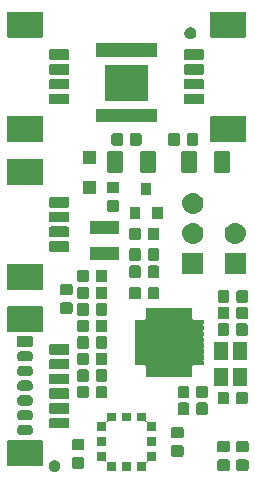
<source format=gts>
G04 #@! TF.GenerationSoftware,KiCad,Pcbnew,(5.1.4-0-10_14)*
G04 #@! TF.CreationDate,2020-03-01T16:52:25+01:00*
G04 #@! TF.ProjectId,actuator-board,61637475-6174-46f7-922d-626f6172642e,A.1*
G04 #@! TF.SameCoordinates,Original*
G04 #@! TF.FileFunction,Soldermask,Top*
G04 #@! TF.FilePolarity,Negative*
%FSLAX46Y46*%
G04 Gerber Fmt 4.6, Leading zero omitted, Abs format (unit mm)*
G04 Created by KiCad (PCBNEW (5.1.4-0-10_14)) date 2020-03-01 16:52:25*
%MOMM*%
%LPD*%
G04 APERTURE LIST*
%ADD10C,0.100000*%
G04 APERTURE END LIST*
D10*
G36*
X53045845Y-98469215D02*
G01*
X53136839Y-98506906D01*
X53136840Y-98506907D01*
X53218733Y-98561626D01*
X53288374Y-98631267D01*
X53296715Y-98643750D01*
X53343094Y-98713161D01*
X53380785Y-98804155D01*
X53400000Y-98900754D01*
X53400000Y-98999246D01*
X53380785Y-99095845D01*
X53343094Y-99186839D01*
X53317910Y-99224529D01*
X53288374Y-99268733D01*
X53218733Y-99338374D01*
X53206181Y-99346761D01*
X53136839Y-99393094D01*
X53045845Y-99430785D01*
X52949246Y-99450000D01*
X52850754Y-99450000D01*
X52754155Y-99430785D01*
X52663161Y-99393094D01*
X52593819Y-99346761D01*
X52581267Y-99338374D01*
X52511626Y-99268733D01*
X52482090Y-99224529D01*
X52456906Y-99186839D01*
X52419215Y-99095845D01*
X52400000Y-98999246D01*
X52400000Y-98900754D01*
X52419215Y-98804155D01*
X52456906Y-98713161D01*
X52503285Y-98643750D01*
X52511626Y-98631267D01*
X52581267Y-98561626D01*
X52663160Y-98506907D01*
X52663161Y-98506906D01*
X52754155Y-98469215D01*
X52850754Y-98450000D01*
X52949246Y-98450000D01*
X53045845Y-98469215D01*
X53045845Y-98469215D01*
G37*
G36*
X67593040Y-98403905D02*
G01*
X67623619Y-98413181D01*
X67651791Y-98428239D01*
X67676491Y-98448509D01*
X67696761Y-98473209D01*
X67711819Y-98501381D01*
X67721095Y-98531960D01*
X67725000Y-98571605D01*
X67725000Y-99203395D01*
X67721095Y-99243040D01*
X67711819Y-99273619D01*
X67696761Y-99301791D01*
X67676491Y-99326491D01*
X67651791Y-99346761D01*
X67623619Y-99361819D01*
X67593040Y-99371095D01*
X67553395Y-99375000D01*
X66846605Y-99375000D01*
X66806960Y-99371095D01*
X66776381Y-99361819D01*
X66748209Y-99346761D01*
X66723509Y-99326491D01*
X66703239Y-99301791D01*
X66688181Y-99273619D01*
X66678905Y-99243040D01*
X66675000Y-99203395D01*
X66675000Y-98571605D01*
X66678905Y-98531960D01*
X66688181Y-98501381D01*
X66703239Y-98473209D01*
X66723509Y-98448509D01*
X66748209Y-98428239D01*
X66776381Y-98413181D01*
X66806960Y-98403905D01*
X66846605Y-98400000D01*
X67553395Y-98400000D01*
X67593040Y-98403905D01*
X67593040Y-98403905D01*
G37*
G36*
X61475000Y-98570000D02*
G01*
X60829999Y-98570000D01*
X60798785Y-98573074D01*
X60768770Y-98582179D01*
X60741108Y-98596965D01*
X60716863Y-98616863D01*
X60696965Y-98641108D01*
X60682179Y-98668770D01*
X60673074Y-98698785D01*
X60670000Y-98729999D01*
X60670000Y-99375000D01*
X59870000Y-99375000D01*
X59870000Y-98625000D01*
X60565001Y-98625000D01*
X60596215Y-98621926D01*
X60626230Y-98612821D01*
X60653892Y-98598035D01*
X60678137Y-98578137D01*
X60698035Y-98553892D01*
X60712821Y-98526230D01*
X60721926Y-98496215D01*
X60725000Y-98465001D01*
X60725000Y-97770000D01*
X61475000Y-97770000D01*
X61475000Y-98570000D01*
X61475000Y-98570000D01*
G37*
G36*
X59400000Y-99375000D02*
G01*
X58600000Y-99375000D01*
X58600000Y-98625000D01*
X59400000Y-98625000D01*
X59400000Y-99375000D01*
X59400000Y-99375000D01*
G37*
G36*
X57275000Y-98465001D02*
G01*
X57278074Y-98496215D01*
X57287179Y-98526230D01*
X57301965Y-98553892D01*
X57321863Y-98578137D01*
X57346108Y-98598035D01*
X57373770Y-98612821D01*
X57403785Y-98621926D01*
X57434999Y-98625000D01*
X58130000Y-98625000D01*
X58130000Y-99375000D01*
X57330000Y-99375000D01*
X57330000Y-98729999D01*
X57326926Y-98698785D01*
X57317821Y-98668770D01*
X57303035Y-98641108D01*
X57283137Y-98616863D01*
X57258892Y-98596965D01*
X57231230Y-98582179D01*
X57201215Y-98573074D01*
X57170001Y-98570000D01*
X56525000Y-98570000D01*
X56525000Y-97770000D01*
X57275000Y-97770000D01*
X57275000Y-98465001D01*
X57275000Y-98465001D01*
G37*
G36*
X69193040Y-98403905D02*
G01*
X69223619Y-98413181D01*
X69251791Y-98428239D01*
X69276491Y-98448509D01*
X69296761Y-98473209D01*
X69311819Y-98501381D01*
X69321095Y-98531960D01*
X69325000Y-98571605D01*
X69325000Y-99203395D01*
X69321095Y-99243040D01*
X69311819Y-99273619D01*
X69296761Y-99301791D01*
X69276491Y-99326491D01*
X69251791Y-99346761D01*
X69223619Y-99361819D01*
X69193040Y-99371095D01*
X69153395Y-99375000D01*
X68446605Y-99375000D01*
X68406960Y-99371095D01*
X68376381Y-99361819D01*
X68348209Y-99346761D01*
X68323509Y-99326491D01*
X68303239Y-99301791D01*
X68288181Y-99273619D01*
X68278905Y-99243040D01*
X68275000Y-99203395D01*
X68275000Y-98571605D01*
X68278905Y-98531960D01*
X68288181Y-98501381D01*
X68303239Y-98473209D01*
X68323509Y-98448509D01*
X68348209Y-98428239D01*
X68376381Y-98413181D01*
X68406960Y-98403905D01*
X68446605Y-98400000D01*
X69153395Y-98400000D01*
X69193040Y-98403905D01*
X69193040Y-98403905D01*
G37*
G36*
X55293040Y-98216405D02*
G01*
X55323619Y-98225681D01*
X55351791Y-98240739D01*
X55376491Y-98261009D01*
X55396761Y-98285709D01*
X55411819Y-98313881D01*
X55421095Y-98344460D01*
X55425000Y-98384105D01*
X55425000Y-99015895D01*
X55421095Y-99055540D01*
X55411819Y-99086119D01*
X55396761Y-99114291D01*
X55376491Y-99138991D01*
X55351791Y-99159261D01*
X55323619Y-99174319D01*
X55293040Y-99183595D01*
X55253395Y-99187500D01*
X54546605Y-99187500D01*
X54506960Y-99183595D01*
X54476381Y-99174319D01*
X54448209Y-99159261D01*
X54423509Y-99138991D01*
X54403239Y-99114291D01*
X54388181Y-99086119D01*
X54378905Y-99055540D01*
X54375000Y-99015895D01*
X54375000Y-98384105D01*
X54378905Y-98344460D01*
X54388181Y-98313881D01*
X54403239Y-98285709D01*
X54423509Y-98261009D01*
X54448209Y-98240739D01*
X54476381Y-98225681D01*
X54506960Y-98216405D01*
X54546605Y-98212500D01*
X55253395Y-98212500D01*
X55293040Y-98216405D01*
X55293040Y-98216405D01*
G37*
G36*
X51837164Y-96778450D02*
G01*
X51863280Y-96786372D01*
X51887348Y-96799237D01*
X51908447Y-96816553D01*
X51925763Y-96837652D01*
X51938628Y-96861720D01*
X51946550Y-96887836D01*
X51950000Y-96922865D01*
X51950000Y-98827135D01*
X51946550Y-98862164D01*
X51938628Y-98888280D01*
X51925763Y-98912348D01*
X51908447Y-98933447D01*
X51887348Y-98950763D01*
X51863280Y-98963628D01*
X51837164Y-98971550D01*
X51802135Y-98975000D01*
X48997865Y-98975000D01*
X48962836Y-98971550D01*
X48936720Y-98963628D01*
X48912652Y-98950763D01*
X48891553Y-98933447D01*
X48874237Y-98912348D01*
X48861372Y-98888280D01*
X48853450Y-98862164D01*
X48850000Y-98827135D01*
X48850000Y-96922865D01*
X48853450Y-96887836D01*
X48861372Y-96861720D01*
X48874237Y-96837652D01*
X48891553Y-96816553D01*
X48912652Y-96799237D01*
X48936720Y-96786372D01*
X48962836Y-96778450D01*
X48997865Y-96775000D01*
X51802135Y-96775000D01*
X51837164Y-96778450D01*
X51837164Y-96778450D01*
G37*
G36*
X63693040Y-97203905D02*
G01*
X63723619Y-97213181D01*
X63751791Y-97228239D01*
X63776491Y-97248509D01*
X63796761Y-97273209D01*
X63811819Y-97301381D01*
X63821095Y-97331960D01*
X63825000Y-97371605D01*
X63825000Y-98003395D01*
X63821095Y-98043040D01*
X63811819Y-98073619D01*
X63796761Y-98101791D01*
X63776491Y-98126491D01*
X63751791Y-98146761D01*
X63723619Y-98161819D01*
X63693040Y-98171095D01*
X63653395Y-98175000D01*
X62946605Y-98175000D01*
X62906960Y-98171095D01*
X62876381Y-98161819D01*
X62848209Y-98146761D01*
X62823509Y-98126491D01*
X62803239Y-98101791D01*
X62788181Y-98073619D01*
X62778905Y-98043040D01*
X62775000Y-98003395D01*
X62775000Y-97371605D01*
X62778905Y-97331960D01*
X62788181Y-97301381D01*
X62803239Y-97273209D01*
X62823509Y-97248509D01*
X62848209Y-97228239D01*
X62876381Y-97213181D01*
X62906960Y-97203905D01*
X62946605Y-97200000D01*
X63653395Y-97200000D01*
X63693040Y-97203905D01*
X63693040Y-97203905D01*
G37*
G36*
X67593040Y-96828905D02*
G01*
X67623619Y-96838181D01*
X67651791Y-96853239D01*
X67676491Y-96873509D01*
X67696761Y-96898209D01*
X67711819Y-96926381D01*
X67721095Y-96956960D01*
X67725000Y-96996605D01*
X67725000Y-97628395D01*
X67721095Y-97668040D01*
X67711819Y-97698619D01*
X67696761Y-97726791D01*
X67676491Y-97751491D01*
X67651791Y-97771761D01*
X67623619Y-97786819D01*
X67593040Y-97796095D01*
X67553395Y-97800000D01*
X66846605Y-97800000D01*
X66806960Y-97796095D01*
X66776381Y-97786819D01*
X66748209Y-97771761D01*
X66723509Y-97751491D01*
X66703239Y-97726791D01*
X66688181Y-97698619D01*
X66678905Y-97668040D01*
X66675000Y-97628395D01*
X66675000Y-96996605D01*
X66678905Y-96956960D01*
X66688181Y-96926381D01*
X66703239Y-96898209D01*
X66723509Y-96873509D01*
X66748209Y-96853239D01*
X66776381Y-96838181D01*
X66806960Y-96828905D01*
X66846605Y-96825000D01*
X67553395Y-96825000D01*
X67593040Y-96828905D01*
X67593040Y-96828905D01*
G37*
G36*
X69193040Y-96828905D02*
G01*
X69223619Y-96838181D01*
X69251791Y-96853239D01*
X69276491Y-96873509D01*
X69296761Y-96898209D01*
X69311819Y-96926381D01*
X69321095Y-96956960D01*
X69325000Y-96996605D01*
X69325000Y-97628395D01*
X69321095Y-97668040D01*
X69311819Y-97698619D01*
X69296761Y-97726791D01*
X69276491Y-97751491D01*
X69251791Y-97771761D01*
X69223619Y-97786819D01*
X69193040Y-97796095D01*
X69153395Y-97800000D01*
X68446605Y-97800000D01*
X68406960Y-97796095D01*
X68376381Y-97786819D01*
X68348209Y-97771761D01*
X68323509Y-97751491D01*
X68303239Y-97726791D01*
X68288181Y-97698619D01*
X68278905Y-97668040D01*
X68275000Y-97628395D01*
X68275000Y-96996605D01*
X68278905Y-96956960D01*
X68288181Y-96926381D01*
X68303239Y-96898209D01*
X68323509Y-96873509D01*
X68348209Y-96853239D01*
X68376381Y-96838181D01*
X68406960Y-96828905D01*
X68446605Y-96825000D01*
X69153395Y-96825000D01*
X69193040Y-96828905D01*
X69193040Y-96828905D01*
G37*
G36*
X55293040Y-96641405D02*
G01*
X55323619Y-96650681D01*
X55351791Y-96665739D01*
X55376491Y-96686009D01*
X55396761Y-96710709D01*
X55411819Y-96738881D01*
X55421095Y-96769460D01*
X55425000Y-96809105D01*
X55425000Y-97440895D01*
X55421095Y-97480540D01*
X55411819Y-97511119D01*
X55396761Y-97539291D01*
X55376491Y-97563991D01*
X55351791Y-97584261D01*
X55323619Y-97599319D01*
X55293040Y-97608595D01*
X55253395Y-97612500D01*
X54546605Y-97612500D01*
X54506960Y-97608595D01*
X54476381Y-97599319D01*
X54448209Y-97584261D01*
X54423509Y-97563991D01*
X54403239Y-97539291D01*
X54388181Y-97511119D01*
X54378905Y-97480540D01*
X54375000Y-97440895D01*
X54375000Y-96809105D01*
X54378905Y-96769460D01*
X54388181Y-96738881D01*
X54403239Y-96710709D01*
X54423509Y-96686009D01*
X54448209Y-96665739D01*
X54476381Y-96650681D01*
X54506960Y-96641405D01*
X54546605Y-96637500D01*
X55253395Y-96637500D01*
X55293040Y-96641405D01*
X55293040Y-96641405D01*
G37*
G36*
X61475000Y-97300000D02*
G01*
X60725000Y-97300000D01*
X60725000Y-96500000D01*
X61475000Y-96500000D01*
X61475000Y-97300000D01*
X61475000Y-97300000D01*
G37*
G36*
X57275000Y-97300000D02*
G01*
X56525000Y-97300000D01*
X56525000Y-96500000D01*
X57275000Y-96500000D01*
X57275000Y-97300000D01*
X57275000Y-97300000D01*
G37*
G36*
X63693040Y-95628905D02*
G01*
X63723619Y-95638181D01*
X63751791Y-95653239D01*
X63776491Y-95673509D01*
X63796761Y-95698209D01*
X63811819Y-95726381D01*
X63821095Y-95756960D01*
X63825000Y-95796605D01*
X63825000Y-96428395D01*
X63821095Y-96468040D01*
X63811819Y-96498619D01*
X63796761Y-96526791D01*
X63776491Y-96551491D01*
X63751791Y-96571761D01*
X63723619Y-96586819D01*
X63693040Y-96596095D01*
X63653395Y-96600000D01*
X62946605Y-96600000D01*
X62906960Y-96596095D01*
X62876381Y-96586819D01*
X62848209Y-96571761D01*
X62823509Y-96551491D01*
X62803239Y-96526791D01*
X62788181Y-96498619D01*
X62778905Y-96468040D01*
X62775000Y-96428395D01*
X62775000Y-95796605D01*
X62778905Y-95756960D01*
X62788181Y-95726381D01*
X62803239Y-95698209D01*
X62823509Y-95673509D01*
X62848209Y-95653239D01*
X62876381Y-95638181D01*
X62906960Y-95628905D01*
X62946605Y-95625000D01*
X63653395Y-95625000D01*
X63693040Y-95628905D01*
X63693040Y-95628905D01*
G37*
G36*
X50738215Y-95456511D02*
G01*
X50823041Y-95482243D01*
X50823044Y-95482245D01*
X50823045Y-95482245D01*
X50901215Y-95524028D01*
X50969737Y-95580263D01*
X51025972Y-95648785D01*
X51067448Y-95726381D01*
X51067757Y-95726959D01*
X51093489Y-95811785D01*
X51102177Y-95900000D01*
X51093489Y-95988215D01*
X51067757Y-96073041D01*
X51067755Y-96073044D01*
X51067755Y-96073045D01*
X51025972Y-96151215D01*
X50969737Y-96219737D01*
X50901215Y-96275972D01*
X50823045Y-96317755D01*
X50823041Y-96317757D01*
X50738215Y-96343489D01*
X50672105Y-96350000D01*
X50127895Y-96350000D01*
X50061785Y-96343489D01*
X49976959Y-96317757D01*
X49976955Y-96317755D01*
X49898785Y-96275972D01*
X49830263Y-96219737D01*
X49774028Y-96151215D01*
X49732245Y-96073045D01*
X49732245Y-96073044D01*
X49732243Y-96073041D01*
X49706511Y-95988215D01*
X49697823Y-95900000D01*
X49706511Y-95811785D01*
X49732243Y-95726959D01*
X49732552Y-95726381D01*
X49774028Y-95648785D01*
X49830263Y-95580263D01*
X49898785Y-95524028D01*
X49976955Y-95482245D01*
X49976956Y-95482245D01*
X49976959Y-95482243D01*
X50061785Y-95456511D01*
X50127895Y-95450000D01*
X50672105Y-95450000D01*
X50738215Y-95456511D01*
X50738215Y-95456511D01*
G37*
G36*
X60670000Y-95070001D02*
G01*
X60673074Y-95101215D01*
X60682179Y-95131230D01*
X60696965Y-95158892D01*
X60716863Y-95183137D01*
X60741108Y-95203035D01*
X60768770Y-95217821D01*
X60798785Y-95226926D01*
X60829999Y-95230000D01*
X61475000Y-95230000D01*
X61475000Y-96030000D01*
X60725000Y-96030000D01*
X60725000Y-95334999D01*
X60721926Y-95303785D01*
X60712821Y-95273770D01*
X60698035Y-95246108D01*
X60678137Y-95221863D01*
X60653892Y-95201965D01*
X60626230Y-95187179D01*
X60596215Y-95178074D01*
X60565001Y-95175000D01*
X59870000Y-95175000D01*
X59870000Y-94425000D01*
X60670000Y-94425000D01*
X60670000Y-95070001D01*
X60670000Y-95070001D01*
G37*
G36*
X58130000Y-95175000D02*
G01*
X57434999Y-95175000D01*
X57403785Y-95178074D01*
X57373770Y-95187179D01*
X57346108Y-95201965D01*
X57321863Y-95221863D01*
X57301965Y-95246108D01*
X57287179Y-95273770D01*
X57278074Y-95303785D01*
X57275000Y-95334999D01*
X57275000Y-96030000D01*
X56525000Y-96030000D01*
X56525000Y-95230000D01*
X57170001Y-95230000D01*
X57201215Y-95226926D01*
X57231230Y-95217821D01*
X57258892Y-95203035D01*
X57283137Y-95183137D01*
X57303035Y-95158892D01*
X57317821Y-95131230D01*
X57326926Y-95101215D01*
X57330000Y-95070001D01*
X57330000Y-94425000D01*
X58130000Y-94425000D01*
X58130000Y-95175000D01*
X58130000Y-95175000D01*
G37*
G36*
X54033138Y-94878545D02*
G01*
X54060194Y-94886753D01*
X54085126Y-94900080D01*
X54106983Y-94918017D01*
X54124920Y-94939874D01*
X54138247Y-94964806D01*
X54146455Y-94991862D01*
X54150000Y-95027862D01*
X54150000Y-95622138D01*
X54146455Y-95658138D01*
X54138247Y-95685194D01*
X54124920Y-95710126D01*
X54106983Y-95731983D01*
X54085126Y-95749920D01*
X54060194Y-95763247D01*
X54033138Y-95771455D01*
X53997138Y-95775000D01*
X52602862Y-95775000D01*
X52566862Y-95771455D01*
X52539806Y-95763247D01*
X52514874Y-95749920D01*
X52493017Y-95731983D01*
X52475080Y-95710126D01*
X52461753Y-95685194D01*
X52453545Y-95658138D01*
X52450000Y-95622138D01*
X52450000Y-95027862D01*
X52453545Y-94991862D01*
X52461753Y-94964806D01*
X52475080Y-94939874D01*
X52493017Y-94918017D01*
X52514874Y-94900080D01*
X52539806Y-94886753D01*
X52566862Y-94878545D01*
X52602862Y-94875000D01*
X53997138Y-94875000D01*
X54033138Y-94878545D01*
X54033138Y-94878545D01*
G37*
G36*
X59400000Y-95175000D02*
G01*
X58600000Y-95175000D01*
X58600000Y-94425000D01*
X59400000Y-94425000D01*
X59400000Y-95175000D01*
X59400000Y-95175000D01*
G37*
G36*
X50738215Y-94206511D02*
G01*
X50823041Y-94232243D01*
X50823044Y-94232245D01*
X50823045Y-94232245D01*
X50901215Y-94274028D01*
X50969737Y-94330263D01*
X51025972Y-94398785D01*
X51066458Y-94474529D01*
X51067757Y-94476959D01*
X51093489Y-94561785D01*
X51102177Y-94650000D01*
X51093489Y-94738215D01*
X51067757Y-94823041D01*
X51067755Y-94823044D01*
X51067755Y-94823045D01*
X51025972Y-94901215D01*
X50969737Y-94969737D01*
X50901215Y-95025972D01*
X50844840Y-95056105D01*
X50823041Y-95067757D01*
X50738215Y-95093489D01*
X50672105Y-95100000D01*
X50127895Y-95100000D01*
X50061785Y-95093489D01*
X49976959Y-95067757D01*
X49955160Y-95056105D01*
X49898785Y-95025972D01*
X49830263Y-94969737D01*
X49774028Y-94901215D01*
X49732245Y-94823045D01*
X49732245Y-94823044D01*
X49732243Y-94823041D01*
X49706511Y-94738215D01*
X49697823Y-94650000D01*
X49706511Y-94561785D01*
X49732243Y-94476959D01*
X49733542Y-94474529D01*
X49774028Y-94398785D01*
X49830263Y-94330263D01*
X49898785Y-94274028D01*
X49976955Y-94232245D01*
X49976956Y-94232245D01*
X49976959Y-94232243D01*
X50061785Y-94206511D01*
X50127895Y-94200000D01*
X50672105Y-94200000D01*
X50738215Y-94206511D01*
X50738215Y-94206511D01*
G37*
G36*
X64168040Y-93578905D02*
G01*
X64198619Y-93588181D01*
X64226791Y-93603239D01*
X64251491Y-93623509D01*
X64271761Y-93648209D01*
X64286819Y-93676381D01*
X64296095Y-93706960D01*
X64300000Y-93746605D01*
X64300000Y-94453395D01*
X64296095Y-94493040D01*
X64286819Y-94523619D01*
X64271761Y-94551791D01*
X64251491Y-94576491D01*
X64226791Y-94596761D01*
X64198619Y-94611819D01*
X64168040Y-94621095D01*
X64128395Y-94625000D01*
X63496605Y-94625000D01*
X63456960Y-94621095D01*
X63426381Y-94611819D01*
X63398209Y-94596761D01*
X63373509Y-94576491D01*
X63353239Y-94551791D01*
X63338181Y-94523619D01*
X63328905Y-94493040D01*
X63325000Y-94453395D01*
X63325000Y-93746605D01*
X63328905Y-93706960D01*
X63338181Y-93676381D01*
X63353239Y-93648209D01*
X63373509Y-93623509D01*
X63398209Y-93603239D01*
X63426381Y-93588181D01*
X63456960Y-93578905D01*
X63496605Y-93575000D01*
X64128395Y-93575000D01*
X64168040Y-93578905D01*
X64168040Y-93578905D01*
G37*
G36*
X65743040Y-93578905D02*
G01*
X65773619Y-93588181D01*
X65801791Y-93603239D01*
X65826491Y-93623509D01*
X65846761Y-93648209D01*
X65861819Y-93676381D01*
X65871095Y-93706960D01*
X65875000Y-93746605D01*
X65875000Y-94453395D01*
X65871095Y-94493040D01*
X65861819Y-94523619D01*
X65846761Y-94551791D01*
X65826491Y-94576491D01*
X65801791Y-94596761D01*
X65773619Y-94611819D01*
X65743040Y-94621095D01*
X65703395Y-94625000D01*
X65071605Y-94625000D01*
X65031960Y-94621095D01*
X65001381Y-94611819D01*
X64973209Y-94596761D01*
X64948509Y-94576491D01*
X64928239Y-94551791D01*
X64913181Y-94523619D01*
X64903905Y-94493040D01*
X64900000Y-94453395D01*
X64900000Y-93746605D01*
X64903905Y-93706960D01*
X64913181Y-93676381D01*
X64928239Y-93648209D01*
X64948509Y-93623509D01*
X64973209Y-93603239D01*
X65001381Y-93588181D01*
X65031960Y-93578905D01*
X65071605Y-93575000D01*
X65703395Y-93575000D01*
X65743040Y-93578905D01*
X65743040Y-93578905D01*
G37*
G36*
X54033138Y-93628545D02*
G01*
X54060194Y-93636753D01*
X54085126Y-93650080D01*
X54106983Y-93668017D01*
X54124920Y-93689874D01*
X54138247Y-93714806D01*
X54146455Y-93741862D01*
X54150000Y-93777862D01*
X54150000Y-94372138D01*
X54146455Y-94408138D01*
X54138247Y-94435194D01*
X54124920Y-94460126D01*
X54106983Y-94481983D01*
X54085126Y-94499920D01*
X54060194Y-94513247D01*
X54033138Y-94521455D01*
X53997138Y-94525000D01*
X52602862Y-94525000D01*
X52566862Y-94521455D01*
X52539806Y-94513247D01*
X52514874Y-94499920D01*
X52493017Y-94481983D01*
X52475080Y-94460126D01*
X52461753Y-94435194D01*
X52453545Y-94408138D01*
X52450000Y-94372138D01*
X52450000Y-93777862D01*
X52453545Y-93741862D01*
X52461753Y-93714806D01*
X52475080Y-93689874D01*
X52493017Y-93668017D01*
X52514874Y-93650080D01*
X52539806Y-93636753D01*
X52566862Y-93628545D01*
X52602862Y-93625000D01*
X53997138Y-93625000D01*
X54033138Y-93628545D01*
X54033138Y-93628545D01*
G37*
G36*
X50738215Y-92956511D02*
G01*
X50823041Y-92982243D01*
X50823044Y-92982245D01*
X50823045Y-92982245D01*
X50901215Y-93024028D01*
X50969737Y-93080263D01*
X51025972Y-93148785D01*
X51064206Y-93220316D01*
X51067757Y-93226959D01*
X51093489Y-93311785D01*
X51102177Y-93400000D01*
X51093489Y-93488215D01*
X51067757Y-93573041D01*
X51067755Y-93573044D01*
X51067755Y-93573045D01*
X51025972Y-93651215D01*
X50969737Y-93719737D01*
X50901215Y-93775972D01*
X50844840Y-93806105D01*
X50823041Y-93817757D01*
X50738215Y-93843489D01*
X50672105Y-93850000D01*
X50127895Y-93850000D01*
X50061785Y-93843489D01*
X49976959Y-93817757D01*
X49955160Y-93806105D01*
X49898785Y-93775972D01*
X49830263Y-93719737D01*
X49774028Y-93651215D01*
X49732245Y-93573045D01*
X49732245Y-93573044D01*
X49732243Y-93573041D01*
X49706511Y-93488215D01*
X49697823Y-93400000D01*
X49706511Y-93311785D01*
X49732243Y-93226959D01*
X49735794Y-93220316D01*
X49774028Y-93148785D01*
X49830263Y-93080263D01*
X49898785Y-93024028D01*
X49976955Y-92982245D01*
X49976956Y-92982245D01*
X49976959Y-92982243D01*
X50061785Y-92956511D01*
X50127895Y-92950000D01*
X50672105Y-92950000D01*
X50738215Y-92956511D01*
X50738215Y-92956511D01*
G37*
G36*
X69118040Y-92678905D02*
G01*
X69148619Y-92688181D01*
X69176791Y-92703239D01*
X69201491Y-92723509D01*
X69221761Y-92748209D01*
X69236819Y-92776381D01*
X69246095Y-92806960D01*
X69250000Y-92846605D01*
X69250000Y-93553395D01*
X69246095Y-93593040D01*
X69236819Y-93623619D01*
X69221761Y-93651791D01*
X69201491Y-93676491D01*
X69176791Y-93696761D01*
X69148619Y-93711819D01*
X69118040Y-93721095D01*
X69078395Y-93725000D01*
X68446605Y-93725000D01*
X68406960Y-93721095D01*
X68376381Y-93711819D01*
X68348209Y-93696761D01*
X68323509Y-93676491D01*
X68303239Y-93651791D01*
X68288181Y-93623619D01*
X68278905Y-93593040D01*
X68275000Y-93553395D01*
X68275000Y-92846605D01*
X68278905Y-92806960D01*
X68288181Y-92776381D01*
X68303239Y-92748209D01*
X68323509Y-92723509D01*
X68348209Y-92703239D01*
X68376381Y-92688181D01*
X68406960Y-92678905D01*
X68446605Y-92675000D01*
X69078395Y-92675000D01*
X69118040Y-92678905D01*
X69118040Y-92678905D01*
G37*
G36*
X67543040Y-92678905D02*
G01*
X67573619Y-92688181D01*
X67601791Y-92703239D01*
X67626491Y-92723509D01*
X67646761Y-92748209D01*
X67661819Y-92776381D01*
X67671095Y-92806960D01*
X67675000Y-92846605D01*
X67675000Y-93553395D01*
X67671095Y-93593040D01*
X67661819Y-93623619D01*
X67646761Y-93651791D01*
X67626491Y-93676491D01*
X67601791Y-93696761D01*
X67573619Y-93711819D01*
X67543040Y-93721095D01*
X67503395Y-93725000D01*
X66871605Y-93725000D01*
X66831960Y-93721095D01*
X66801381Y-93711819D01*
X66773209Y-93696761D01*
X66748509Y-93676491D01*
X66728239Y-93651791D01*
X66713181Y-93623619D01*
X66703905Y-93593040D01*
X66700000Y-93553395D01*
X66700000Y-92846605D01*
X66703905Y-92806960D01*
X66713181Y-92776381D01*
X66728239Y-92748209D01*
X66748509Y-92723509D01*
X66773209Y-92703239D01*
X66801381Y-92688181D01*
X66831960Y-92678905D01*
X66871605Y-92675000D01*
X67503395Y-92675000D01*
X67543040Y-92678905D01*
X67543040Y-92678905D01*
G37*
G36*
X54033138Y-92378545D02*
G01*
X54060194Y-92386753D01*
X54085126Y-92400080D01*
X54106983Y-92418017D01*
X54124920Y-92439874D01*
X54138247Y-92464806D01*
X54146455Y-92491862D01*
X54150000Y-92527862D01*
X54150000Y-93122138D01*
X54146455Y-93158138D01*
X54138247Y-93185194D01*
X54124920Y-93210126D01*
X54106983Y-93231983D01*
X54085126Y-93249920D01*
X54060194Y-93263247D01*
X54033138Y-93271455D01*
X53997138Y-93275000D01*
X52602862Y-93275000D01*
X52566862Y-93271455D01*
X52539806Y-93263247D01*
X52514874Y-93249920D01*
X52493017Y-93231983D01*
X52475080Y-93210126D01*
X52461753Y-93185194D01*
X52453545Y-93158138D01*
X52450000Y-93122138D01*
X52450000Y-92527862D01*
X52453545Y-92491862D01*
X52461753Y-92464806D01*
X52475080Y-92439874D01*
X52493017Y-92418017D01*
X52514874Y-92400080D01*
X52539806Y-92386753D01*
X52566862Y-92378545D01*
X52602862Y-92375000D01*
X53997138Y-92375000D01*
X54033138Y-92378545D01*
X54033138Y-92378545D01*
G37*
G36*
X57243040Y-92178905D02*
G01*
X57273619Y-92188181D01*
X57301791Y-92203239D01*
X57326491Y-92223509D01*
X57346761Y-92248209D01*
X57361819Y-92276381D01*
X57371095Y-92306960D01*
X57375000Y-92346605D01*
X57375000Y-93053395D01*
X57371095Y-93093040D01*
X57361819Y-93123619D01*
X57346761Y-93151791D01*
X57326491Y-93176491D01*
X57301791Y-93196761D01*
X57273619Y-93211819D01*
X57243040Y-93221095D01*
X57203395Y-93225000D01*
X56571605Y-93225000D01*
X56531960Y-93221095D01*
X56501381Y-93211819D01*
X56473209Y-93196761D01*
X56448509Y-93176491D01*
X56428239Y-93151791D01*
X56413181Y-93123619D01*
X56403905Y-93093040D01*
X56400000Y-93053395D01*
X56400000Y-92346605D01*
X56403905Y-92306960D01*
X56413181Y-92276381D01*
X56428239Y-92248209D01*
X56448509Y-92223509D01*
X56473209Y-92203239D01*
X56501381Y-92188181D01*
X56531960Y-92178905D01*
X56571605Y-92175000D01*
X57203395Y-92175000D01*
X57243040Y-92178905D01*
X57243040Y-92178905D01*
G37*
G36*
X55668040Y-92178905D02*
G01*
X55698619Y-92188181D01*
X55726791Y-92203239D01*
X55751491Y-92223509D01*
X55771761Y-92248209D01*
X55786819Y-92276381D01*
X55796095Y-92306960D01*
X55800000Y-92346605D01*
X55800000Y-93053395D01*
X55796095Y-93093040D01*
X55786819Y-93123619D01*
X55771761Y-93151791D01*
X55751491Y-93176491D01*
X55726791Y-93196761D01*
X55698619Y-93211819D01*
X55668040Y-93221095D01*
X55628395Y-93225000D01*
X54996605Y-93225000D01*
X54956960Y-93221095D01*
X54926381Y-93211819D01*
X54898209Y-93196761D01*
X54873509Y-93176491D01*
X54853239Y-93151791D01*
X54838181Y-93123619D01*
X54828905Y-93093040D01*
X54825000Y-93053395D01*
X54825000Y-92346605D01*
X54828905Y-92306960D01*
X54838181Y-92276381D01*
X54853239Y-92248209D01*
X54873509Y-92223509D01*
X54898209Y-92203239D01*
X54926381Y-92188181D01*
X54956960Y-92178905D01*
X54996605Y-92175000D01*
X55628395Y-92175000D01*
X55668040Y-92178905D01*
X55668040Y-92178905D01*
G37*
G36*
X64168040Y-92178905D02*
G01*
X64198619Y-92188181D01*
X64226791Y-92203239D01*
X64251491Y-92223509D01*
X64271761Y-92248209D01*
X64286819Y-92276381D01*
X64296095Y-92306960D01*
X64300000Y-92346605D01*
X64300000Y-93053395D01*
X64296095Y-93093040D01*
X64286819Y-93123619D01*
X64271761Y-93151791D01*
X64251491Y-93176491D01*
X64226791Y-93196761D01*
X64198619Y-93211819D01*
X64168040Y-93221095D01*
X64128395Y-93225000D01*
X63496605Y-93225000D01*
X63456960Y-93221095D01*
X63426381Y-93211819D01*
X63398209Y-93196761D01*
X63373509Y-93176491D01*
X63353239Y-93151791D01*
X63338181Y-93123619D01*
X63328905Y-93093040D01*
X63325000Y-93053395D01*
X63325000Y-92346605D01*
X63328905Y-92306960D01*
X63338181Y-92276381D01*
X63353239Y-92248209D01*
X63373509Y-92223509D01*
X63398209Y-92203239D01*
X63426381Y-92188181D01*
X63456960Y-92178905D01*
X63496605Y-92175000D01*
X64128395Y-92175000D01*
X64168040Y-92178905D01*
X64168040Y-92178905D01*
G37*
G36*
X65743040Y-92178905D02*
G01*
X65773619Y-92188181D01*
X65801791Y-92203239D01*
X65826491Y-92223509D01*
X65846761Y-92248209D01*
X65861819Y-92276381D01*
X65871095Y-92306960D01*
X65875000Y-92346605D01*
X65875000Y-93053395D01*
X65871095Y-93093040D01*
X65861819Y-93123619D01*
X65846761Y-93151791D01*
X65826491Y-93176491D01*
X65801791Y-93196761D01*
X65773619Y-93211819D01*
X65743040Y-93221095D01*
X65703395Y-93225000D01*
X65071605Y-93225000D01*
X65031960Y-93221095D01*
X65001381Y-93211819D01*
X64973209Y-93196761D01*
X64948509Y-93176491D01*
X64928239Y-93151791D01*
X64913181Y-93123619D01*
X64903905Y-93093040D01*
X64900000Y-93053395D01*
X64900000Y-92346605D01*
X64903905Y-92306960D01*
X64913181Y-92276381D01*
X64928239Y-92248209D01*
X64948509Y-92223509D01*
X64973209Y-92203239D01*
X65001381Y-92188181D01*
X65031960Y-92178905D01*
X65071605Y-92175000D01*
X65703395Y-92175000D01*
X65743040Y-92178905D01*
X65743040Y-92178905D01*
G37*
G36*
X50738215Y-91706511D02*
G01*
X50823041Y-91732243D01*
X50823044Y-91732245D01*
X50823045Y-91732245D01*
X50901215Y-91774028D01*
X50969737Y-91830263D01*
X51025972Y-91898785D01*
X51067755Y-91976955D01*
X51067757Y-91976959D01*
X51093489Y-92061785D01*
X51102177Y-92150000D01*
X51093489Y-92238215D01*
X51067757Y-92323041D01*
X51067755Y-92323044D01*
X51067755Y-92323045D01*
X51025972Y-92401215D01*
X50969737Y-92469737D01*
X50901215Y-92525972D01*
X50844840Y-92556105D01*
X50823041Y-92567757D01*
X50738215Y-92593489D01*
X50672105Y-92600000D01*
X50127895Y-92600000D01*
X50061785Y-92593489D01*
X49976959Y-92567757D01*
X49955160Y-92556105D01*
X49898785Y-92525972D01*
X49830263Y-92469737D01*
X49774028Y-92401215D01*
X49732245Y-92323045D01*
X49732245Y-92323044D01*
X49732243Y-92323041D01*
X49706511Y-92238215D01*
X49697823Y-92150000D01*
X49706511Y-92061785D01*
X49732243Y-91976959D01*
X49732245Y-91976955D01*
X49774028Y-91898785D01*
X49830263Y-91830263D01*
X49898785Y-91774028D01*
X49976955Y-91732245D01*
X49976956Y-91732245D01*
X49976959Y-91732243D01*
X50061785Y-91706511D01*
X50127895Y-91700000D01*
X50672105Y-91700000D01*
X50738215Y-91706511D01*
X50738215Y-91706511D01*
G37*
G36*
X67625000Y-92150000D02*
G01*
X66375000Y-92150000D01*
X66375000Y-90650000D01*
X67625000Y-90650000D01*
X67625000Y-92150000D01*
X67625000Y-92150000D01*
G37*
G36*
X69225000Y-92150000D02*
G01*
X67975000Y-92150000D01*
X67975000Y-90650000D01*
X69225000Y-90650000D01*
X69225000Y-92150000D01*
X69225000Y-92150000D01*
G37*
G36*
X54033138Y-91128545D02*
G01*
X54060194Y-91136753D01*
X54085126Y-91150080D01*
X54106983Y-91168017D01*
X54124920Y-91189874D01*
X54138247Y-91214806D01*
X54146455Y-91241862D01*
X54150000Y-91277862D01*
X54150000Y-91872138D01*
X54146455Y-91908138D01*
X54138247Y-91935194D01*
X54124920Y-91960126D01*
X54106983Y-91981983D01*
X54085126Y-91999920D01*
X54060194Y-92013247D01*
X54033138Y-92021455D01*
X53997138Y-92025000D01*
X52602862Y-92025000D01*
X52566862Y-92021455D01*
X52539806Y-92013247D01*
X52514874Y-91999920D01*
X52493017Y-91981983D01*
X52475080Y-91960126D01*
X52461753Y-91935194D01*
X52453545Y-91908138D01*
X52450000Y-91872138D01*
X52450000Y-91277862D01*
X52453545Y-91241862D01*
X52461753Y-91214806D01*
X52475080Y-91189874D01*
X52493017Y-91168017D01*
X52514874Y-91150080D01*
X52539806Y-91136753D01*
X52566862Y-91128545D01*
X52602862Y-91125000D01*
X53997138Y-91125000D01*
X54033138Y-91128545D01*
X54033138Y-91128545D01*
G37*
G36*
X57243040Y-90778905D02*
G01*
X57273619Y-90788181D01*
X57301791Y-90803239D01*
X57326491Y-90823509D01*
X57346761Y-90848209D01*
X57361819Y-90876381D01*
X57371095Y-90906960D01*
X57375000Y-90946605D01*
X57375000Y-91653395D01*
X57371095Y-91693040D01*
X57361819Y-91723619D01*
X57346761Y-91751791D01*
X57326491Y-91776491D01*
X57301791Y-91796761D01*
X57273619Y-91811819D01*
X57243040Y-91821095D01*
X57203395Y-91825000D01*
X56571605Y-91825000D01*
X56531960Y-91821095D01*
X56501381Y-91811819D01*
X56473209Y-91796761D01*
X56448509Y-91776491D01*
X56428239Y-91751791D01*
X56413181Y-91723619D01*
X56403905Y-91693040D01*
X56400000Y-91653395D01*
X56400000Y-90946605D01*
X56403905Y-90906960D01*
X56413181Y-90876381D01*
X56428239Y-90848209D01*
X56448509Y-90823509D01*
X56473209Y-90803239D01*
X56501381Y-90788181D01*
X56531960Y-90778905D01*
X56571605Y-90775000D01*
X57203395Y-90775000D01*
X57243040Y-90778905D01*
X57243040Y-90778905D01*
G37*
G36*
X55668040Y-90778905D02*
G01*
X55698619Y-90788181D01*
X55726791Y-90803239D01*
X55751491Y-90823509D01*
X55771761Y-90848209D01*
X55786819Y-90876381D01*
X55796095Y-90906960D01*
X55800000Y-90946605D01*
X55800000Y-91653395D01*
X55796095Y-91693040D01*
X55786819Y-91723619D01*
X55771761Y-91751791D01*
X55751491Y-91776491D01*
X55726791Y-91796761D01*
X55698619Y-91811819D01*
X55668040Y-91821095D01*
X55628395Y-91825000D01*
X54996605Y-91825000D01*
X54956960Y-91821095D01*
X54926381Y-91811819D01*
X54898209Y-91796761D01*
X54873509Y-91776491D01*
X54853239Y-91751791D01*
X54838181Y-91723619D01*
X54828905Y-91693040D01*
X54825000Y-91653395D01*
X54825000Y-90946605D01*
X54828905Y-90906960D01*
X54838181Y-90876381D01*
X54853239Y-90848209D01*
X54873509Y-90823509D01*
X54898209Y-90803239D01*
X54926381Y-90788181D01*
X54956960Y-90778905D01*
X54996605Y-90775000D01*
X55628395Y-90775000D01*
X55668040Y-90778905D01*
X55668040Y-90778905D01*
G37*
G36*
X61018815Y-85575904D02*
G01*
X61020070Y-85576285D01*
X61024574Y-85578692D01*
X61053552Y-85590696D01*
X61084314Y-85596815D01*
X61115680Y-85596816D01*
X61146442Y-85590697D01*
X61175426Y-85578692D01*
X61179930Y-85576285D01*
X61181185Y-85575904D01*
X61190362Y-85575000D01*
X61509638Y-85575000D01*
X61518815Y-85575904D01*
X61520070Y-85576285D01*
X61524574Y-85578692D01*
X61553552Y-85590696D01*
X61584314Y-85596815D01*
X61615680Y-85596816D01*
X61646442Y-85590697D01*
X61675426Y-85578692D01*
X61679930Y-85576285D01*
X61681185Y-85575904D01*
X61690362Y-85575000D01*
X62009638Y-85575000D01*
X62018815Y-85575904D01*
X62020070Y-85576285D01*
X62024574Y-85578692D01*
X62053552Y-85590696D01*
X62084314Y-85596815D01*
X62115680Y-85596816D01*
X62146442Y-85590697D01*
X62175426Y-85578692D01*
X62179930Y-85576285D01*
X62181185Y-85575904D01*
X62190362Y-85575000D01*
X62509638Y-85575000D01*
X62518815Y-85575904D01*
X62520070Y-85576285D01*
X62524574Y-85578692D01*
X62553552Y-85590696D01*
X62584314Y-85596815D01*
X62615680Y-85596816D01*
X62646442Y-85590697D01*
X62675426Y-85578692D01*
X62679930Y-85576285D01*
X62681185Y-85575904D01*
X62690362Y-85575000D01*
X63009638Y-85575000D01*
X63018815Y-85575904D01*
X63020070Y-85576285D01*
X63024574Y-85578692D01*
X63053552Y-85590696D01*
X63084314Y-85596815D01*
X63115680Y-85596816D01*
X63146442Y-85590697D01*
X63175426Y-85578692D01*
X63179930Y-85576285D01*
X63181185Y-85575904D01*
X63190362Y-85575000D01*
X63509638Y-85575000D01*
X63518815Y-85575904D01*
X63520070Y-85576285D01*
X63524574Y-85578692D01*
X63553552Y-85590696D01*
X63584314Y-85596815D01*
X63615680Y-85596816D01*
X63646442Y-85590697D01*
X63675426Y-85578692D01*
X63679930Y-85576285D01*
X63681185Y-85575904D01*
X63690362Y-85575000D01*
X64009638Y-85575000D01*
X64018815Y-85575904D01*
X64020070Y-85576285D01*
X64024574Y-85578692D01*
X64053552Y-85590696D01*
X64084314Y-85596815D01*
X64115680Y-85596816D01*
X64146442Y-85590697D01*
X64175426Y-85578692D01*
X64179930Y-85576285D01*
X64181185Y-85575904D01*
X64190362Y-85575000D01*
X64509638Y-85575000D01*
X64518815Y-85575904D01*
X64520073Y-85576285D01*
X64521234Y-85576906D01*
X64522256Y-85577744D01*
X64523094Y-85578766D01*
X64523715Y-85579927D01*
X64524096Y-85581185D01*
X64525000Y-85590362D01*
X64525000Y-86415001D01*
X64528074Y-86446215D01*
X64537179Y-86476230D01*
X64551965Y-86503892D01*
X64571863Y-86528137D01*
X64596108Y-86548035D01*
X64623770Y-86562821D01*
X64653785Y-86571926D01*
X64684999Y-86575000D01*
X65509638Y-86575000D01*
X65518815Y-86575904D01*
X65520073Y-86576285D01*
X65521234Y-86576906D01*
X65522256Y-86577744D01*
X65523094Y-86578766D01*
X65523715Y-86579927D01*
X65524096Y-86581185D01*
X65525000Y-86590362D01*
X65525000Y-86909638D01*
X65524096Y-86918815D01*
X65523715Y-86920070D01*
X65521308Y-86924574D01*
X65509304Y-86953552D01*
X65503185Y-86984314D01*
X65503184Y-87015680D01*
X65509303Y-87046442D01*
X65521308Y-87075426D01*
X65523715Y-87079930D01*
X65524096Y-87081185D01*
X65525000Y-87090362D01*
X65525000Y-87409638D01*
X65524096Y-87418815D01*
X65523715Y-87420070D01*
X65521308Y-87424574D01*
X65509304Y-87453552D01*
X65503185Y-87484314D01*
X65503184Y-87515680D01*
X65509303Y-87546442D01*
X65521308Y-87575426D01*
X65523715Y-87579930D01*
X65524096Y-87581185D01*
X65525000Y-87590362D01*
X65525000Y-87909638D01*
X65524096Y-87918815D01*
X65523715Y-87920070D01*
X65521308Y-87924574D01*
X65509304Y-87953552D01*
X65503185Y-87984314D01*
X65503184Y-88015680D01*
X65509303Y-88046442D01*
X65521308Y-88075426D01*
X65523715Y-88079930D01*
X65524096Y-88081185D01*
X65525000Y-88090362D01*
X65525000Y-88409638D01*
X65524096Y-88418815D01*
X65523715Y-88420070D01*
X65521308Y-88424574D01*
X65509304Y-88453552D01*
X65503185Y-88484314D01*
X65503184Y-88515680D01*
X65509303Y-88546442D01*
X65521308Y-88575426D01*
X65523715Y-88579930D01*
X65524096Y-88581185D01*
X65525000Y-88590362D01*
X65525000Y-88909638D01*
X65524096Y-88918815D01*
X65523715Y-88920070D01*
X65521308Y-88924574D01*
X65509304Y-88953552D01*
X65503185Y-88984314D01*
X65503184Y-89015680D01*
X65509303Y-89046442D01*
X65521308Y-89075426D01*
X65523715Y-89079930D01*
X65524096Y-89081185D01*
X65525000Y-89090362D01*
X65525000Y-89409638D01*
X65524096Y-89418815D01*
X65523715Y-89420070D01*
X65521308Y-89424574D01*
X65509304Y-89453552D01*
X65503185Y-89484314D01*
X65503184Y-89515680D01*
X65509303Y-89546442D01*
X65521308Y-89575426D01*
X65523715Y-89579930D01*
X65524096Y-89581185D01*
X65525000Y-89590362D01*
X65525000Y-89909638D01*
X65524096Y-89918815D01*
X65523715Y-89920070D01*
X65521308Y-89924574D01*
X65509304Y-89953552D01*
X65503185Y-89984314D01*
X65503184Y-90015680D01*
X65509303Y-90046442D01*
X65521308Y-90075426D01*
X65523715Y-90079930D01*
X65524096Y-90081185D01*
X65525000Y-90090362D01*
X65525000Y-90409638D01*
X65524096Y-90418815D01*
X65523715Y-90420073D01*
X65523094Y-90421234D01*
X65522256Y-90422256D01*
X65521234Y-90423094D01*
X65520073Y-90423715D01*
X65518815Y-90424096D01*
X65509638Y-90425000D01*
X64684999Y-90425000D01*
X64653785Y-90428074D01*
X64623770Y-90437179D01*
X64596108Y-90451965D01*
X64571863Y-90471863D01*
X64551965Y-90496108D01*
X64537179Y-90523770D01*
X64528074Y-90553785D01*
X64525000Y-90584999D01*
X64525000Y-91409638D01*
X64524096Y-91418815D01*
X64523715Y-91420073D01*
X64523094Y-91421234D01*
X64522256Y-91422256D01*
X64521234Y-91423094D01*
X64520073Y-91423715D01*
X64518815Y-91424096D01*
X64509638Y-91425000D01*
X64190362Y-91425000D01*
X64181185Y-91424096D01*
X64179930Y-91423715D01*
X64175426Y-91421308D01*
X64146448Y-91409304D01*
X64115686Y-91403185D01*
X64084320Y-91403184D01*
X64053558Y-91409303D01*
X64024574Y-91421308D01*
X64020070Y-91423715D01*
X64018815Y-91424096D01*
X64009638Y-91425000D01*
X63690362Y-91425000D01*
X63681185Y-91424096D01*
X63679930Y-91423715D01*
X63675426Y-91421308D01*
X63646448Y-91409304D01*
X63615686Y-91403185D01*
X63584320Y-91403184D01*
X63553558Y-91409303D01*
X63524574Y-91421308D01*
X63520070Y-91423715D01*
X63518815Y-91424096D01*
X63509638Y-91425000D01*
X63190362Y-91425000D01*
X63181185Y-91424096D01*
X63179930Y-91423715D01*
X63175426Y-91421308D01*
X63146448Y-91409304D01*
X63115686Y-91403185D01*
X63084320Y-91403184D01*
X63053558Y-91409303D01*
X63024574Y-91421308D01*
X63020070Y-91423715D01*
X63018815Y-91424096D01*
X63009638Y-91425000D01*
X62690362Y-91425000D01*
X62681185Y-91424096D01*
X62679930Y-91423715D01*
X62675426Y-91421308D01*
X62646448Y-91409304D01*
X62615686Y-91403185D01*
X62584320Y-91403184D01*
X62553558Y-91409303D01*
X62524574Y-91421308D01*
X62520070Y-91423715D01*
X62518815Y-91424096D01*
X62509638Y-91425000D01*
X62190362Y-91425000D01*
X62181185Y-91424096D01*
X62179930Y-91423715D01*
X62175426Y-91421308D01*
X62146448Y-91409304D01*
X62115686Y-91403185D01*
X62084320Y-91403184D01*
X62053558Y-91409303D01*
X62024574Y-91421308D01*
X62020070Y-91423715D01*
X62018815Y-91424096D01*
X62009638Y-91425000D01*
X61690362Y-91425000D01*
X61681185Y-91424096D01*
X61679930Y-91423715D01*
X61675426Y-91421308D01*
X61646448Y-91409304D01*
X61615686Y-91403185D01*
X61584320Y-91403184D01*
X61553558Y-91409303D01*
X61524574Y-91421308D01*
X61520070Y-91423715D01*
X61518815Y-91424096D01*
X61509638Y-91425000D01*
X61190362Y-91425000D01*
X61181185Y-91424096D01*
X61179930Y-91423715D01*
X61175426Y-91421308D01*
X61146448Y-91409304D01*
X61115686Y-91403185D01*
X61084320Y-91403184D01*
X61053558Y-91409303D01*
X61024574Y-91421308D01*
X61020070Y-91423715D01*
X61018815Y-91424096D01*
X61009638Y-91425000D01*
X60690362Y-91425000D01*
X60681185Y-91424096D01*
X60679927Y-91423715D01*
X60678766Y-91423094D01*
X60677744Y-91422256D01*
X60676906Y-91421234D01*
X60676285Y-91420073D01*
X60675904Y-91418815D01*
X60675000Y-91409638D01*
X60675000Y-90584999D01*
X60671926Y-90553785D01*
X60662821Y-90523770D01*
X60648035Y-90496108D01*
X60628137Y-90471863D01*
X60603892Y-90451965D01*
X60576230Y-90437179D01*
X60546215Y-90428074D01*
X60515001Y-90425000D01*
X59690362Y-90425000D01*
X59681185Y-90424096D01*
X59679927Y-90423715D01*
X59678766Y-90423094D01*
X59677744Y-90422256D01*
X59676906Y-90421234D01*
X59676285Y-90420073D01*
X59675904Y-90418815D01*
X59675000Y-90409638D01*
X59675000Y-90090362D01*
X59675904Y-90081185D01*
X59676285Y-90079930D01*
X59678692Y-90075426D01*
X59690696Y-90046448D01*
X59696815Y-90015686D01*
X59696816Y-89984320D01*
X59690697Y-89953558D01*
X59678692Y-89924574D01*
X59676285Y-89920070D01*
X59675904Y-89918815D01*
X59675000Y-89909638D01*
X59675000Y-89590362D01*
X59675904Y-89581185D01*
X59676285Y-89579930D01*
X59678692Y-89575426D01*
X59690696Y-89546448D01*
X59696815Y-89515686D01*
X59696816Y-89484320D01*
X59690697Y-89453558D01*
X59678692Y-89424574D01*
X59676285Y-89420070D01*
X59675904Y-89418815D01*
X59675000Y-89409638D01*
X59675000Y-89090362D01*
X59675904Y-89081185D01*
X59676285Y-89079930D01*
X59678692Y-89075426D01*
X59690696Y-89046448D01*
X59696815Y-89015686D01*
X59696816Y-88984320D01*
X59690697Y-88953558D01*
X59678692Y-88924574D01*
X59676285Y-88920070D01*
X59675904Y-88918815D01*
X59675000Y-88909638D01*
X59675000Y-88590362D01*
X59675904Y-88581185D01*
X59676285Y-88579930D01*
X59678692Y-88575426D01*
X59690696Y-88546448D01*
X59696815Y-88515686D01*
X59696816Y-88484320D01*
X59690697Y-88453558D01*
X59678692Y-88424574D01*
X59676285Y-88420070D01*
X59675904Y-88418815D01*
X59675000Y-88409638D01*
X59675000Y-88090362D01*
X59675904Y-88081185D01*
X59676285Y-88079930D01*
X59678692Y-88075426D01*
X59690696Y-88046448D01*
X59696815Y-88015686D01*
X59696816Y-87984320D01*
X59690697Y-87953558D01*
X59678692Y-87924574D01*
X59676285Y-87920070D01*
X59675904Y-87918815D01*
X59675000Y-87909638D01*
X59675000Y-87590362D01*
X59675904Y-87581185D01*
X59676285Y-87579930D01*
X59678692Y-87575426D01*
X59690696Y-87546448D01*
X59696815Y-87515686D01*
X59696816Y-87484320D01*
X59690697Y-87453558D01*
X59678692Y-87424574D01*
X59676285Y-87420070D01*
X59675904Y-87418815D01*
X59675000Y-87409638D01*
X59675000Y-87090362D01*
X59675904Y-87081185D01*
X59676285Y-87079930D01*
X59678692Y-87075426D01*
X59690696Y-87046448D01*
X59696815Y-87015686D01*
X59696816Y-86984320D01*
X59690697Y-86953558D01*
X59678692Y-86924574D01*
X59676285Y-86920070D01*
X59675904Y-86918815D01*
X59675000Y-86909638D01*
X59675000Y-86590362D01*
X59675904Y-86581185D01*
X59676285Y-86579927D01*
X59676906Y-86578766D01*
X59677744Y-86577744D01*
X59678766Y-86576906D01*
X59679927Y-86576285D01*
X59681185Y-86575904D01*
X59690362Y-86575000D01*
X60515001Y-86575000D01*
X60546215Y-86571926D01*
X60576230Y-86562821D01*
X60603892Y-86548035D01*
X60628137Y-86528137D01*
X60648035Y-86503892D01*
X60662821Y-86476230D01*
X60671926Y-86446215D01*
X60675000Y-86415001D01*
X60675000Y-85590362D01*
X60675904Y-85581185D01*
X60676285Y-85579927D01*
X60676906Y-85578766D01*
X60677744Y-85577744D01*
X60678766Y-85576906D01*
X60679927Y-85576285D01*
X60681185Y-85575904D01*
X60690362Y-85575000D01*
X61009638Y-85575000D01*
X61018815Y-85575904D01*
X61018815Y-85575904D01*
G37*
G36*
X50738215Y-90456511D02*
G01*
X50823041Y-90482243D01*
X50823044Y-90482245D01*
X50823045Y-90482245D01*
X50901215Y-90524028D01*
X50969737Y-90580263D01*
X51025972Y-90648785D01*
X51067755Y-90726955D01*
X51067757Y-90726959D01*
X51093489Y-90811785D01*
X51102177Y-90900000D01*
X51093489Y-90988215D01*
X51067757Y-91073041D01*
X51067755Y-91073044D01*
X51067755Y-91073045D01*
X51025972Y-91151215D01*
X50969737Y-91219737D01*
X50901215Y-91275972D01*
X50844840Y-91306105D01*
X50823041Y-91317757D01*
X50738215Y-91343489D01*
X50672105Y-91350000D01*
X50127895Y-91350000D01*
X50061785Y-91343489D01*
X49976959Y-91317757D01*
X49955160Y-91306105D01*
X49898785Y-91275972D01*
X49830263Y-91219737D01*
X49774028Y-91151215D01*
X49732245Y-91073045D01*
X49732245Y-91073044D01*
X49732243Y-91073041D01*
X49706511Y-90988215D01*
X49697823Y-90900000D01*
X49706511Y-90811785D01*
X49732243Y-90726959D01*
X49732245Y-90726955D01*
X49774028Y-90648785D01*
X49830263Y-90580263D01*
X49898785Y-90524028D01*
X49976955Y-90482245D01*
X49976956Y-90482245D01*
X49976959Y-90482243D01*
X50061785Y-90456511D01*
X50127895Y-90450000D01*
X50672105Y-90450000D01*
X50738215Y-90456511D01*
X50738215Y-90456511D01*
G37*
G36*
X54033138Y-89878545D02*
G01*
X54060194Y-89886753D01*
X54085126Y-89900080D01*
X54106983Y-89918017D01*
X54124920Y-89939874D01*
X54138247Y-89964806D01*
X54146455Y-89991862D01*
X54150000Y-90027862D01*
X54150000Y-90622138D01*
X54146455Y-90658138D01*
X54138247Y-90685194D01*
X54124920Y-90710126D01*
X54106983Y-90731983D01*
X54085126Y-90749920D01*
X54060194Y-90763247D01*
X54033138Y-90771455D01*
X53997138Y-90775000D01*
X52602862Y-90775000D01*
X52566862Y-90771455D01*
X52539806Y-90763247D01*
X52514874Y-90749920D01*
X52493017Y-90731983D01*
X52475080Y-90710126D01*
X52461753Y-90685194D01*
X52453545Y-90658138D01*
X52450000Y-90622138D01*
X52450000Y-90027862D01*
X52453545Y-89991862D01*
X52461753Y-89964806D01*
X52475080Y-89939874D01*
X52493017Y-89918017D01*
X52514874Y-89900080D01*
X52539806Y-89886753D01*
X52566862Y-89878545D01*
X52602862Y-89875000D01*
X53997138Y-89875000D01*
X54033138Y-89878545D01*
X54033138Y-89878545D01*
G37*
G36*
X55668040Y-89378905D02*
G01*
X55698619Y-89388181D01*
X55726791Y-89403239D01*
X55751491Y-89423509D01*
X55771761Y-89448209D01*
X55786819Y-89476381D01*
X55796095Y-89506960D01*
X55800000Y-89546605D01*
X55800000Y-90253395D01*
X55796095Y-90293040D01*
X55786819Y-90323619D01*
X55771761Y-90351791D01*
X55751491Y-90376491D01*
X55726791Y-90396761D01*
X55698619Y-90411819D01*
X55668040Y-90421095D01*
X55628395Y-90425000D01*
X54996605Y-90425000D01*
X54956960Y-90421095D01*
X54926381Y-90411819D01*
X54898209Y-90396761D01*
X54873509Y-90376491D01*
X54853239Y-90351791D01*
X54838181Y-90323619D01*
X54828905Y-90293040D01*
X54825000Y-90253395D01*
X54825000Y-89546605D01*
X54828905Y-89506960D01*
X54838181Y-89476381D01*
X54853239Y-89448209D01*
X54873509Y-89423509D01*
X54898209Y-89403239D01*
X54926381Y-89388181D01*
X54956960Y-89378905D01*
X54996605Y-89375000D01*
X55628395Y-89375000D01*
X55668040Y-89378905D01*
X55668040Y-89378905D01*
G37*
G36*
X57243040Y-89378905D02*
G01*
X57273619Y-89388181D01*
X57301791Y-89403239D01*
X57326491Y-89423509D01*
X57346761Y-89448209D01*
X57361819Y-89476381D01*
X57371095Y-89506960D01*
X57375000Y-89546605D01*
X57375000Y-90253395D01*
X57371095Y-90293040D01*
X57361819Y-90323619D01*
X57346761Y-90351791D01*
X57326491Y-90376491D01*
X57301791Y-90396761D01*
X57273619Y-90411819D01*
X57243040Y-90421095D01*
X57203395Y-90425000D01*
X56571605Y-90425000D01*
X56531960Y-90421095D01*
X56501381Y-90411819D01*
X56473209Y-90396761D01*
X56448509Y-90376491D01*
X56428239Y-90351791D01*
X56413181Y-90323619D01*
X56403905Y-90293040D01*
X56400000Y-90253395D01*
X56400000Y-89546605D01*
X56403905Y-89506960D01*
X56413181Y-89476381D01*
X56428239Y-89448209D01*
X56448509Y-89423509D01*
X56473209Y-89403239D01*
X56501381Y-89388181D01*
X56531960Y-89378905D01*
X56571605Y-89375000D01*
X57203395Y-89375000D01*
X57243040Y-89378905D01*
X57243040Y-89378905D01*
G37*
G36*
X50738215Y-89206511D02*
G01*
X50823041Y-89232243D01*
X50823044Y-89232245D01*
X50823045Y-89232245D01*
X50901215Y-89274028D01*
X50969737Y-89330263D01*
X51025972Y-89398785D01*
X51067448Y-89476381D01*
X51067757Y-89476959D01*
X51093489Y-89561785D01*
X51102177Y-89650000D01*
X51093489Y-89738215D01*
X51067757Y-89823041D01*
X51067755Y-89823044D01*
X51067755Y-89823045D01*
X51025972Y-89901215D01*
X50969737Y-89969737D01*
X50901215Y-90025972D01*
X50862907Y-90046448D01*
X50823041Y-90067757D01*
X50738215Y-90093489D01*
X50672105Y-90100000D01*
X50127895Y-90100000D01*
X50061785Y-90093489D01*
X49976959Y-90067757D01*
X49937093Y-90046448D01*
X49898785Y-90025972D01*
X49830263Y-89969737D01*
X49774028Y-89901215D01*
X49732245Y-89823045D01*
X49732245Y-89823044D01*
X49732243Y-89823041D01*
X49706511Y-89738215D01*
X49697823Y-89650000D01*
X49706511Y-89561785D01*
X49732243Y-89476959D01*
X49732552Y-89476381D01*
X49774028Y-89398785D01*
X49830263Y-89330263D01*
X49898785Y-89274028D01*
X49976955Y-89232245D01*
X49976956Y-89232245D01*
X49976959Y-89232243D01*
X50061785Y-89206511D01*
X50127895Y-89200000D01*
X50672105Y-89200000D01*
X50738215Y-89206511D01*
X50738215Y-89206511D01*
G37*
G36*
X69225000Y-89950000D02*
G01*
X67975000Y-89950000D01*
X67975000Y-88450000D01*
X69225000Y-88450000D01*
X69225000Y-89950000D01*
X69225000Y-89950000D01*
G37*
G36*
X67625000Y-89950000D02*
G01*
X66375000Y-89950000D01*
X66375000Y-88450000D01*
X67625000Y-88450000D01*
X67625000Y-89950000D01*
X67625000Y-89950000D01*
G37*
G36*
X54033138Y-88628545D02*
G01*
X54060194Y-88636753D01*
X54085126Y-88650080D01*
X54106983Y-88668017D01*
X54124920Y-88689874D01*
X54138247Y-88714806D01*
X54146455Y-88741862D01*
X54150000Y-88777862D01*
X54150000Y-89372138D01*
X54146455Y-89408138D01*
X54138247Y-89435194D01*
X54124920Y-89460126D01*
X54106983Y-89481983D01*
X54085126Y-89499920D01*
X54060194Y-89513247D01*
X54033138Y-89521455D01*
X53997138Y-89525000D01*
X52602862Y-89525000D01*
X52566862Y-89521455D01*
X52539806Y-89513247D01*
X52514874Y-89499920D01*
X52493017Y-89481983D01*
X52475080Y-89460126D01*
X52461753Y-89435194D01*
X52453545Y-89408138D01*
X52450000Y-89372138D01*
X52450000Y-88777862D01*
X52453545Y-88741862D01*
X52461753Y-88714806D01*
X52475080Y-88689874D01*
X52493017Y-88668017D01*
X52514874Y-88650080D01*
X52539806Y-88636753D01*
X52566862Y-88628545D01*
X52602862Y-88625000D01*
X53997138Y-88625000D01*
X54033138Y-88628545D01*
X54033138Y-88628545D01*
G37*
G36*
X57243040Y-87978905D02*
G01*
X57273619Y-87988181D01*
X57301791Y-88003239D01*
X57326491Y-88023509D01*
X57346761Y-88048209D01*
X57361819Y-88076381D01*
X57371095Y-88106960D01*
X57375000Y-88146605D01*
X57375000Y-88853395D01*
X57371095Y-88893040D01*
X57361819Y-88923619D01*
X57346761Y-88951791D01*
X57326491Y-88976491D01*
X57301791Y-88996761D01*
X57273619Y-89011819D01*
X57243040Y-89021095D01*
X57203395Y-89025000D01*
X56571605Y-89025000D01*
X56531960Y-89021095D01*
X56501381Y-89011819D01*
X56473209Y-88996761D01*
X56448509Y-88976491D01*
X56428239Y-88951791D01*
X56413181Y-88923619D01*
X56403905Y-88893040D01*
X56400000Y-88853395D01*
X56400000Y-88146605D01*
X56403905Y-88106960D01*
X56413181Y-88076381D01*
X56428239Y-88048209D01*
X56448509Y-88023509D01*
X56473209Y-88003239D01*
X56501381Y-87988181D01*
X56531960Y-87978905D01*
X56571605Y-87975000D01*
X57203395Y-87975000D01*
X57243040Y-87978905D01*
X57243040Y-87978905D01*
G37*
G36*
X55668040Y-87978905D02*
G01*
X55698619Y-87988181D01*
X55726791Y-88003239D01*
X55751491Y-88023509D01*
X55771761Y-88048209D01*
X55786819Y-88076381D01*
X55796095Y-88106960D01*
X55800000Y-88146605D01*
X55800000Y-88853395D01*
X55796095Y-88893040D01*
X55786819Y-88923619D01*
X55771761Y-88951791D01*
X55751491Y-88976491D01*
X55726791Y-88996761D01*
X55698619Y-89011819D01*
X55668040Y-89021095D01*
X55628395Y-89025000D01*
X54996605Y-89025000D01*
X54956960Y-89021095D01*
X54926381Y-89011819D01*
X54898209Y-88996761D01*
X54873509Y-88976491D01*
X54853239Y-88951791D01*
X54838181Y-88923619D01*
X54828905Y-88893040D01*
X54825000Y-88853395D01*
X54825000Y-88146605D01*
X54828905Y-88106960D01*
X54838181Y-88076381D01*
X54853239Y-88048209D01*
X54873509Y-88023509D01*
X54898209Y-88003239D01*
X54926381Y-87988181D01*
X54956960Y-87978905D01*
X54996605Y-87975000D01*
X55628395Y-87975000D01*
X55668040Y-87978905D01*
X55668040Y-87978905D01*
G37*
G36*
X50983138Y-87953545D02*
G01*
X51010194Y-87961753D01*
X51035126Y-87975080D01*
X51056983Y-87993017D01*
X51074920Y-88014874D01*
X51088247Y-88039806D01*
X51096455Y-88066862D01*
X51100000Y-88102862D01*
X51100000Y-88697138D01*
X51096455Y-88733138D01*
X51088247Y-88760194D01*
X51074920Y-88785126D01*
X51056983Y-88806983D01*
X51035126Y-88824920D01*
X51010194Y-88838247D01*
X50983138Y-88846455D01*
X50947138Y-88850000D01*
X49852862Y-88850000D01*
X49816862Y-88846455D01*
X49789806Y-88838247D01*
X49764874Y-88824920D01*
X49743017Y-88806983D01*
X49725080Y-88785126D01*
X49711753Y-88760194D01*
X49703545Y-88733138D01*
X49700000Y-88697138D01*
X49700000Y-88102862D01*
X49703545Y-88066862D01*
X49711753Y-88039806D01*
X49725080Y-88014874D01*
X49743017Y-87993017D01*
X49764874Y-87975080D01*
X49789806Y-87961753D01*
X49816862Y-87953545D01*
X49852862Y-87950000D01*
X50947138Y-87950000D01*
X50983138Y-87953545D01*
X50983138Y-87953545D01*
G37*
G36*
X69118040Y-86878905D02*
G01*
X69148619Y-86888181D01*
X69176791Y-86903239D01*
X69201491Y-86923509D01*
X69221761Y-86948209D01*
X69236819Y-86976381D01*
X69246095Y-87006960D01*
X69250000Y-87046605D01*
X69250000Y-87753395D01*
X69246095Y-87793040D01*
X69236819Y-87823619D01*
X69221761Y-87851791D01*
X69201491Y-87876491D01*
X69176791Y-87896761D01*
X69148619Y-87911819D01*
X69118040Y-87921095D01*
X69078395Y-87925000D01*
X68446605Y-87925000D01*
X68406960Y-87921095D01*
X68376381Y-87911819D01*
X68348209Y-87896761D01*
X68323509Y-87876491D01*
X68303239Y-87851791D01*
X68288181Y-87823619D01*
X68278905Y-87793040D01*
X68275000Y-87753395D01*
X68275000Y-87046605D01*
X68278905Y-87006960D01*
X68288181Y-86976381D01*
X68303239Y-86948209D01*
X68323509Y-86923509D01*
X68348209Y-86903239D01*
X68376381Y-86888181D01*
X68406960Y-86878905D01*
X68446605Y-86875000D01*
X69078395Y-86875000D01*
X69118040Y-86878905D01*
X69118040Y-86878905D01*
G37*
G36*
X67543040Y-86878905D02*
G01*
X67573619Y-86888181D01*
X67601791Y-86903239D01*
X67626491Y-86923509D01*
X67646761Y-86948209D01*
X67661819Y-86976381D01*
X67671095Y-87006960D01*
X67675000Y-87046605D01*
X67675000Y-87753395D01*
X67671095Y-87793040D01*
X67661819Y-87823619D01*
X67646761Y-87851791D01*
X67626491Y-87876491D01*
X67601791Y-87896761D01*
X67573619Y-87911819D01*
X67543040Y-87921095D01*
X67503395Y-87925000D01*
X66871605Y-87925000D01*
X66831960Y-87921095D01*
X66801381Y-87911819D01*
X66773209Y-87896761D01*
X66748509Y-87876491D01*
X66728239Y-87851791D01*
X66713181Y-87823619D01*
X66703905Y-87793040D01*
X66700000Y-87753395D01*
X66700000Y-87046605D01*
X66703905Y-87006960D01*
X66713181Y-86976381D01*
X66728239Y-86948209D01*
X66748509Y-86923509D01*
X66773209Y-86903239D01*
X66801381Y-86888181D01*
X66831960Y-86878905D01*
X66871605Y-86875000D01*
X67503395Y-86875000D01*
X67543040Y-86878905D01*
X67543040Y-86878905D01*
G37*
G36*
X51837164Y-85428450D02*
G01*
X51863280Y-85436372D01*
X51887348Y-85449237D01*
X51908447Y-85466553D01*
X51925763Y-85487652D01*
X51938628Y-85511720D01*
X51946550Y-85537836D01*
X51950000Y-85572865D01*
X51950000Y-87477135D01*
X51946550Y-87512164D01*
X51938628Y-87538280D01*
X51925763Y-87562348D01*
X51908447Y-87583447D01*
X51887348Y-87600763D01*
X51863280Y-87613628D01*
X51837164Y-87621550D01*
X51802135Y-87625000D01*
X48997865Y-87625000D01*
X48962836Y-87621550D01*
X48936720Y-87613628D01*
X48912652Y-87600763D01*
X48891553Y-87583447D01*
X48874237Y-87562348D01*
X48861372Y-87538280D01*
X48853450Y-87512164D01*
X48850000Y-87477135D01*
X48850000Y-85572865D01*
X48853450Y-85537836D01*
X48861372Y-85511720D01*
X48874237Y-85487652D01*
X48891553Y-85466553D01*
X48912652Y-85449237D01*
X48936720Y-85436372D01*
X48962836Y-85428450D01*
X48997865Y-85425000D01*
X51802135Y-85425000D01*
X51837164Y-85428450D01*
X51837164Y-85428450D01*
G37*
G36*
X57243040Y-86578905D02*
G01*
X57273619Y-86588181D01*
X57301791Y-86603239D01*
X57326491Y-86623509D01*
X57346761Y-86648209D01*
X57361819Y-86676381D01*
X57371095Y-86706960D01*
X57375000Y-86746605D01*
X57375000Y-87453395D01*
X57371095Y-87493040D01*
X57361819Y-87523619D01*
X57346761Y-87551791D01*
X57326491Y-87576491D01*
X57301791Y-87596761D01*
X57273619Y-87611819D01*
X57243040Y-87621095D01*
X57203395Y-87625000D01*
X56571605Y-87625000D01*
X56531960Y-87621095D01*
X56501381Y-87611819D01*
X56473209Y-87596761D01*
X56448509Y-87576491D01*
X56428239Y-87551791D01*
X56413181Y-87523619D01*
X56403905Y-87493040D01*
X56400000Y-87453395D01*
X56400000Y-86746605D01*
X56403905Y-86706960D01*
X56413181Y-86676381D01*
X56428239Y-86648209D01*
X56448509Y-86623509D01*
X56473209Y-86603239D01*
X56501381Y-86588181D01*
X56531960Y-86578905D01*
X56571605Y-86575000D01*
X57203395Y-86575000D01*
X57243040Y-86578905D01*
X57243040Y-86578905D01*
G37*
G36*
X55668040Y-86578905D02*
G01*
X55698619Y-86588181D01*
X55726791Y-86603239D01*
X55751491Y-86623509D01*
X55771761Y-86648209D01*
X55786819Y-86676381D01*
X55796095Y-86706960D01*
X55800000Y-86746605D01*
X55800000Y-87453395D01*
X55796095Y-87493040D01*
X55786819Y-87523619D01*
X55771761Y-87551791D01*
X55751491Y-87576491D01*
X55726791Y-87596761D01*
X55698619Y-87611819D01*
X55668040Y-87621095D01*
X55628395Y-87625000D01*
X54996605Y-87625000D01*
X54956960Y-87621095D01*
X54926381Y-87611819D01*
X54898209Y-87596761D01*
X54873509Y-87576491D01*
X54853239Y-87551791D01*
X54838181Y-87523619D01*
X54828905Y-87493040D01*
X54825000Y-87453395D01*
X54825000Y-86746605D01*
X54828905Y-86706960D01*
X54838181Y-86676381D01*
X54853239Y-86648209D01*
X54873509Y-86623509D01*
X54898209Y-86603239D01*
X54926381Y-86588181D01*
X54956960Y-86578905D01*
X54996605Y-86575000D01*
X55628395Y-86575000D01*
X55668040Y-86578905D01*
X55668040Y-86578905D01*
G37*
G36*
X69143040Y-85478905D02*
G01*
X69173619Y-85488181D01*
X69201791Y-85503239D01*
X69226491Y-85523509D01*
X69246761Y-85548209D01*
X69261819Y-85576381D01*
X69271095Y-85606960D01*
X69275000Y-85646605D01*
X69275000Y-86353395D01*
X69271095Y-86393040D01*
X69261819Y-86423619D01*
X69246761Y-86451791D01*
X69226491Y-86476491D01*
X69201791Y-86496761D01*
X69173619Y-86511819D01*
X69143040Y-86521095D01*
X69103395Y-86525000D01*
X68471605Y-86525000D01*
X68431960Y-86521095D01*
X68401381Y-86511819D01*
X68373209Y-86496761D01*
X68348509Y-86476491D01*
X68328239Y-86451791D01*
X68313181Y-86423619D01*
X68303905Y-86393040D01*
X68300000Y-86353395D01*
X68300000Y-85646605D01*
X68303905Y-85606960D01*
X68313181Y-85576381D01*
X68328239Y-85548209D01*
X68348509Y-85523509D01*
X68373209Y-85503239D01*
X68401381Y-85488181D01*
X68431960Y-85478905D01*
X68471605Y-85475000D01*
X69103395Y-85475000D01*
X69143040Y-85478905D01*
X69143040Y-85478905D01*
G37*
G36*
X67568040Y-85478905D02*
G01*
X67598619Y-85488181D01*
X67626791Y-85503239D01*
X67651491Y-85523509D01*
X67671761Y-85548209D01*
X67686819Y-85576381D01*
X67696095Y-85606960D01*
X67700000Y-85646605D01*
X67700000Y-86353395D01*
X67696095Y-86393040D01*
X67686819Y-86423619D01*
X67671761Y-86451791D01*
X67651491Y-86476491D01*
X67626791Y-86496761D01*
X67598619Y-86511819D01*
X67568040Y-86521095D01*
X67528395Y-86525000D01*
X66896605Y-86525000D01*
X66856960Y-86521095D01*
X66826381Y-86511819D01*
X66798209Y-86496761D01*
X66773509Y-86476491D01*
X66753239Y-86451791D01*
X66738181Y-86423619D01*
X66728905Y-86393040D01*
X66725000Y-86353395D01*
X66725000Y-85646605D01*
X66728905Y-85606960D01*
X66738181Y-85576381D01*
X66753239Y-85548209D01*
X66773509Y-85523509D01*
X66798209Y-85503239D01*
X66826381Y-85488181D01*
X66856960Y-85478905D01*
X66896605Y-85475000D01*
X67528395Y-85475000D01*
X67568040Y-85478905D01*
X67568040Y-85478905D01*
G37*
G36*
X57243040Y-85178905D02*
G01*
X57273619Y-85188181D01*
X57301791Y-85203239D01*
X57326491Y-85223509D01*
X57346761Y-85248209D01*
X57361819Y-85276381D01*
X57371095Y-85306960D01*
X57375000Y-85346605D01*
X57375000Y-86053395D01*
X57371095Y-86093040D01*
X57361819Y-86123619D01*
X57346761Y-86151791D01*
X57326491Y-86176491D01*
X57301791Y-86196761D01*
X57273619Y-86211819D01*
X57243040Y-86221095D01*
X57203395Y-86225000D01*
X56571605Y-86225000D01*
X56531960Y-86221095D01*
X56501381Y-86211819D01*
X56473209Y-86196761D01*
X56448509Y-86176491D01*
X56428239Y-86151791D01*
X56413181Y-86123619D01*
X56403905Y-86093040D01*
X56400000Y-86053395D01*
X56400000Y-85346605D01*
X56403905Y-85306960D01*
X56413181Y-85276381D01*
X56428239Y-85248209D01*
X56448509Y-85223509D01*
X56473209Y-85203239D01*
X56501381Y-85188181D01*
X56531960Y-85178905D01*
X56571605Y-85175000D01*
X57203395Y-85175000D01*
X57243040Y-85178905D01*
X57243040Y-85178905D01*
G37*
G36*
X55668040Y-85178905D02*
G01*
X55698619Y-85188181D01*
X55726791Y-85203239D01*
X55751491Y-85223509D01*
X55771761Y-85248209D01*
X55786819Y-85276381D01*
X55796095Y-85306960D01*
X55800000Y-85346605D01*
X55800000Y-86053395D01*
X55796095Y-86093040D01*
X55786819Y-86123619D01*
X55771761Y-86151791D01*
X55751491Y-86176491D01*
X55726791Y-86196761D01*
X55698619Y-86211819D01*
X55668040Y-86221095D01*
X55628395Y-86225000D01*
X54996605Y-86225000D01*
X54956960Y-86221095D01*
X54926381Y-86211819D01*
X54898209Y-86196761D01*
X54873509Y-86176491D01*
X54853239Y-86151791D01*
X54838181Y-86123619D01*
X54828905Y-86093040D01*
X54825000Y-86053395D01*
X54825000Y-85346605D01*
X54828905Y-85306960D01*
X54838181Y-85276381D01*
X54853239Y-85248209D01*
X54873509Y-85223509D01*
X54898209Y-85203239D01*
X54926381Y-85188181D01*
X54956960Y-85178905D01*
X54996605Y-85175000D01*
X55628395Y-85175000D01*
X55668040Y-85178905D01*
X55668040Y-85178905D01*
G37*
G36*
X54293040Y-85103905D02*
G01*
X54323619Y-85113181D01*
X54351791Y-85128239D01*
X54376491Y-85148509D01*
X54396761Y-85173209D01*
X54411819Y-85201381D01*
X54421095Y-85231960D01*
X54425000Y-85271605D01*
X54425000Y-85903395D01*
X54421095Y-85943040D01*
X54411819Y-85973619D01*
X54396761Y-86001791D01*
X54376491Y-86026491D01*
X54351791Y-86046761D01*
X54323619Y-86061819D01*
X54293040Y-86071095D01*
X54253395Y-86075000D01*
X53546605Y-86075000D01*
X53506960Y-86071095D01*
X53476381Y-86061819D01*
X53448209Y-86046761D01*
X53423509Y-86026491D01*
X53403239Y-86001791D01*
X53388181Y-85973619D01*
X53378905Y-85943040D01*
X53375000Y-85903395D01*
X53375000Y-85271605D01*
X53378905Y-85231960D01*
X53388181Y-85201381D01*
X53403239Y-85173209D01*
X53423509Y-85148509D01*
X53448209Y-85128239D01*
X53476381Y-85113181D01*
X53506960Y-85103905D01*
X53546605Y-85100000D01*
X54253395Y-85100000D01*
X54293040Y-85103905D01*
X54293040Y-85103905D01*
G37*
G36*
X69143040Y-84078905D02*
G01*
X69173619Y-84088181D01*
X69201791Y-84103239D01*
X69226491Y-84123509D01*
X69246761Y-84148209D01*
X69261819Y-84176381D01*
X69271095Y-84206960D01*
X69275000Y-84246605D01*
X69275000Y-84953395D01*
X69271095Y-84993040D01*
X69261819Y-85023619D01*
X69246761Y-85051791D01*
X69226491Y-85076491D01*
X69201791Y-85096761D01*
X69173619Y-85111819D01*
X69143040Y-85121095D01*
X69103395Y-85125000D01*
X68471605Y-85125000D01*
X68431960Y-85121095D01*
X68401381Y-85111819D01*
X68373209Y-85096761D01*
X68348509Y-85076491D01*
X68328239Y-85051791D01*
X68313181Y-85023619D01*
X68303905Y-84993040D01*
X68300000Y-84953395D01*
X68300000Y-84246605D01*
X68303905Y-84206960D01*
X68313181Y-84176381D01*
X68328239Y-84148209D01*
X68348509Y-84123509D01*
X68373209Y-84103239D01*
X68401381Y-84088181D01*
X68431960Y-84078905D01*
X68471605Y-84075000D01*
X69103395Y-84075000D01*
X69143040Y-84078905D01*
X69143040Y-84078905D01*
G37*
G36*
X67568040Y-84078905D02*
G01*
X67598619Y-84088181D01*
X67626791Y-84103239D01*
X67651491Y-84123509D01*
X67671761Y-84148209D01*
X67686819Y-84176381D01*
X67696095Y-84206960D01*
X67700000Y-84246605D01*
X67700000Y-84953395D01*
X67696095Y-84993040D01*
X67686819Y-85023619D01*
X67671761Y-85051791D01*
X67651491Y-85076491D01*
X67626791Y-85096761D01*
X67598619Y-85111819D01*
X67568040Y-85121095D01*
X67528395Y-85125000D01*
X66896605Y-85125000D01*
X66856960Y-85121095D01*
X66826381Y-85111819D01*
X66798209Y-85096761D01*
X66773509Y-85076491D01*
X66753239Y-85051791D01*
X66738181Y-85023619D01*
X66728905Y-84993040D01*
X66725000Y-84953395D01*
X66725000Y-84246605D01*
X66728905Y-84206960D01*
X66738181Y-84176381D01*
X66753239Y-84148209D01*
X66773509Y-84123509D01*
X66798209Y-84103239D01*
X66826381Y-84088181D01*
X66856960Y-84078905D01*
X66896605Y-84075000D01*
X67528395Y-84075000D01*
X67568040Y-84078905D01*
X67568040Y-84078905D01*
G37*
G36*
X60068040Y-83803905D02*
G01*
X60098619Y-83813181D01*
X60126791Y-83828239D01*
X60151491Y-83848509D01*
X60171761Y-83873209D01*
X60186819Y-83901381D01*
X60196095Y-83931960D01*
X60200000Y-83971605D01*
X60200000Y-84678395D01*
X60196095Y-84718040D01*
X60186819Y-84748619D01*
X60171761Y-84776791D01*
X60151491Y-84801491D01*
X60126791Y-84821761D01*
X60098619Y-84836819D01*
X60068040Y-84846095D01*
X60028395Y-84850000D01*
X59396605Y-84850000D01*
X59356960Y-84846095D01*
X59326381Y-84836819D01*
X59298209Y-84821761D01*
X59273509Y-84801491D01*
X59253239Y-84776791D01*
X59238181Y-84748619D01*
X59228905Y-84718040D01*
X59225000Y-84678395D01*
X59225000Y-83971605D01*
X59228905Y-83931960D01*
X59238181Y-83901381D01*
X59253239Y-83873209D01*
X59273509Y-83848509D01*
X59298209Y-83828239D01*
X59326381Y-83813181D01*
X59356960Y-83803905D01*
X59396605Y-83800000D01*
X60028395Y-83800000D01*
X60068040Y-83803905D01*
X60068040Y-83803905D01*
G37*
G36*
X61643040Y-83803905D02*
G01*
X61673619Y-83813181D01*
X61701791Y-83828239D01*
X61726491Y-83848509D01*
X61746761Y-83873209D01*
X61761819Y-83901381D01*
X61771095Y-83931960D01*
X61775000Y-83971605D01*
X61775000Y-84678395D01*
X61771095Y-84718040D01*
X61761819Y-84748619D01*
X61746761Y-84776791D01*
X61726491Y-84801491D01*
X61701791Y-84821761D01*
X61673619Y-84836819D01*
X61643040Y-84846095D01*
X61603395Y-84850000D01*
X60971605Y-84850000D01*
X60931960Y-84846095D01*
X60901381Y-84836819D01*
X60873209Y-84821761D01*
X60848509Y-84801491D01*
X60828239Y-84776791D01*
X60813181Y-84748619D01*
X60803905Y-84718040D01*
X60800000Y-84678395D01*
X60800000Y-83971605D01*
X60803905Y-83931960D01*
X60813181Y-83901381D01*
X60828239Y-83873209D01*
X60848509Y-83848509D01*
X60873209Y-83828239D01*
X60901381Y-83813181D01*
X60931960Y-83803905D01*
X60971605Y-83800000D01*
X61603395Y-83800000D01*
X61643040Y-83803905D01*
X61643040Y-83803905D01*
G37*
G36*
X57243040Y-83778905D02*
G01*
X57273619Y-83788181D01*
X57301791Y-83803239D01*
X57326491Y-83823509D01*
X57346761Y-83848209D01*
X57361819Y-83876381D01*
X57371095Y-83906960D01*
X57375000Y-83946605D01*
X57375000Y-84653395D01*
X57371095Y-84693040D01*
X57361819Y-84723619D01*
X57346761Y-84751791D01*
X57326491Y-84776491D01*
X57301791Y-84796761D01*
X57273619Y-84811819D01*
X57243040Y-84821095D01*
X57203395Y-84825000D01*
X56571605Y-84825000D01*
X56531960Y-84821095D01*
X56501381Y-84811819D01*
X56473209Y-84796761D01*
X56448509Y-84776491D01*
X56428239Y-84751791D01*
X56413181Y-84723619D01*
X56403905Y-84693040D01*
X56400000Y-84653395D01*
X56400000Y-83946605D01*
X56403905Y-83906960D01*
X56413181Y-83876381D01*
X56428239Y-83848209D01*
X56448509Y-83823509D01*
X56473209Y-83803239D01*
X56501381Y-83788181D01*
X56531960Y-83778905D01*
X56571605Y-83775000D01*
X57203395Y-83775000D01*
X57243040Y-83778905D01*
X57243040Y-83778905D01*
G37*
G36*
X55668040Y-83778905D02*
G01*
X55698619Y-83788181D01*
X55726791Y-83803239D01*
X55751491Y-83823509D01*
X55771761Y-83848209D01*
X55786819Y-83876381D01*
X55796095Y-83906960D01*
X55800000Y-83946605D01*
X55800000Y-84653395D01*
X55796095Y-84693040D01*
X55786819Y-84723619D01*
X55771761Y-84751791D01*
X55751491Y-84776491D01*
X55726791Y-84796761D01*
X55698619Y-84811819D01*
X55668040Y-84821095D01*
X55628395Y-84825000D01*
X54996605Y-84825000D01*
X54956960Y-84821095D01*
X54926381Y-84811819D01*
X54898209Y-84796761D01*
X54873509Y-84776491D01*
X54853239Y-84751791D01*
X54838181Y-84723619D01*
X54828905Y-84693040D01*
X54825000Y-84653395D01*
X54825000Y-83946605D01*
X54828905Y-83906960D01*
X54838181Y-83876381D01*
X54853239Y-83848209D01*
X54873509Y-83823509D01*
X54898209Y-83803239D01*
X54926381Y-83788181D01*
X54956960Y-83778905D01*
X54996605Y-83775000D01*
X55628395Y-83775000D01*
X55668040Y-83778905D01*
X55668040Y-83778905D01*
G37*
G36*
X54293040Y-83528905D02*
G01*
X54323619Y-83538181D01*
X54351791Y-83553239D01*
X54376491Y-83573509D01*
X54396761Y-83598209D01*
X54411819Y-83626381D01*
X54421095Y-83656960D01*
X54425000Y-83696605D01*
X54425000Y-84328395D01*
X54421095Y-84368040D01*
X54411819Y-84398619D01*
X54396761Y-84426791D01*
X54376491Y-84451491D01*
X54351791Y-84471761D01*
X54323619Y-84486819D01*
X54293040Y-84496095D01*
X54253395Y-84500000D01*
X53546605Y-84500000D01*
X53506960Y-84496095D01*
X53476381Y-84486819D01*
X53448209Y-84471761D01*
X53423509Y-84451491D01*
X53403239Y-84426791D01*
X53388181Y-84398619D01*
X53378905Y-84368040D01*
X53375000Y-84328395D01*
X53375000Y-83696605D01*
X53378905Y-83656960D01*
X53388181Y-83626381D01*
X53403239Y-83598209D01*
X53423509Y-83573509D01*
X53448209Y-83553239D01*
X53476381Y-83538181D01*
X53506960Y-83528905D01*
X53546605Y-83525000D01*
X54253395Y-83525000D01*
X54293040Y-83528905D01*
X54293040Y-83528905D01*
G37*
G36*
X51837164Y-81828450D02*
G01*
X51863280Y-81836372D01*
X51887348Y-81849237D01*
X51908447Y-81866553D01*
X51925763Y-81887652D01*
X51938628Y-81911720D01*
X51946550Y-81937836D01*
X51950000Y-81972865D01*
X51950000Y-83877135D01*
X51946550Y-83912164D01*
X51938628Y-83938280D01*
X51925763Y-83962348D01*
X51908447Y-83983447D01*
X51887348Y-84000763D01*
X51863280Y-84013628D01*
X51837164Y-84021550D01*
X51802135Y-84025000D01*
X48997865Y-84025000D01*
X48962836Y-84021550D01*
X48936720Y-84013628D01*
X48912652Y-84000763D01*
X48891553Y-83983447D01*
X48874237Y-83962348D01*
X48861372Y-83938280D01*
X48853450Y-83912164D01*
X48850000Y-83877135D01*
X48850000Y-81972865D01*
X48853450Y-81937836D01*
X48861372Y-81911720D01*
X48874237Y-81887652D01*
X48891553Y-81866553D01*
X48912652Y-81849237D01*
X48936720Y-81836372D01*
X48962836Y-81828450D01*
X48997865Y-81825000D01*
X51802135Y-81825000D01*
X51837164Y-81828450D01*
X51837164Y-81828450D01*
G37*
G36*
X57243040Y-82328905D02*
G01*
X57273619Y-82338181D01*
X57301791Y-82353239D01*
X57326491Y-82373509D01*
X57346761Y-82398209D01*
X57361819Y-82426381D01*
X57371095Y-82456960D01*
X57375000Y-82496605D01*
X57375000Y-83203395D01*
X57371095Y-83243040D01*
X57361819Y-83273619D01*
X57346761Y-83301791D01*
X57326491Y-83326491D01*
X57301791Y-83346761D01*
X57273619Y-83361819D01*
X57243040Y-83371095D01*
X57203395Y-83375000D01*
X56571605Y-83375000D01*
X56531960Y-83371095D01*
X56501381Y-83361819D01*
X56473209Y-83346761D01*
X56448509Y-83326491D01*
X56428239Y-83301791D01*
X56413181Y-83273619D01*
X56403905Y-83243040D01*
X56400000Y-83203395D01*
X56400000Y-82496605D01*
X56403905Y-82456960D01*
X56413181Y-82426381D01*
X56428239Y-82398209D01*
X56448509Y-82373509D01*
X56473209Y-82353239D01*
X56501381Y-82338181D01*
X56531960Y-82328905D01*
X56571605Y-82325000D01*
X57203395Y-82325000D01*
X57243040Y-82328905D01*
X57243040Y-82328905D01*
G37*
G36*
X55668040Y-82328905D02*
G01*
X55698619Y-82338181D01*
X55726791Y-82353239D01*
X55751491Y-82373509D01*
X55771761Y-82398209D01*
X55786819Y-82426381D01*
X55796095Y-82456960D01*
X55800000Y-82496605D01*
X55800000Y-83203395D01*
X55796095Y-83243040D01*
X55786819Y-83273619D01*
X55771761Y-83301791D01*
X55751491Y-83326491D01*
X55726791Y-83346761D01*
X55698619Y-83361819D01*
X55668040Y-83371095D01*
X55628395Y-83375000D01*
X54996605Y-83375000D01*
X54956960Y-83371095D01*
X54926381Y-83361819D01*
X54898209Y-83346761D01*
X54873509Y-83326491D01*
X54853239Y-83301791D01*
X54838181Y-83273619D01*
X54828905Y-83243040D01*
X54825000Y-83203395D01*
X54825000Y-82496605D01*
X54828905Y-82456960D01*
X54838181Y-82426381D01*
X54853239Y-82398209D01*
X54873509Y-82373509D01*
X54898209Y-82353239D01*
X54926381Y-82338181D01*
X54956960Y-82328905D01*
X54996605Y-82325000D01*
X55628395Y-82325000D01*
X55668040Y-82328905D01*
X55668040Y-82328905D01*
G37*
G36*
X60068040Y-81978905D02*
G01*
X60098619Y-81988181D01*
X60126791Y-82003239D01*
X60151491Y-82023509D01*
X60171761Y-82048209D01*
X60186819Y-82076381D01*
X60196095Y-82106960D01*
X60200000Y-82146605D01*
X60200000Y-82853395D01*
X60196095Y-82893040D01*
X60186819Y-82923619D01*
X60171761Y-82951791D01*
X60151491Y-82976491D01*
X60126791Y-82996761D01*
X60098619Y-83011819D01*
X60068040Y-83021095D01*
X60028395Y-83025000D01*
X59396605Y-83025000D01*
X59356960Y-83021095D01*
X59326381Y-83011819D01*
X59298209Y-82996761D01*
X59273509Y-82976491D01*
X59253239Y-82951791D01*
X59238181Y-82923619D01*
X59228905Y-82893040D01*
X59225000Y-82853395D01*
X59225000Y-82146605D01*
X59228905Y-82106960D01*
X59238181Y-82076381D01*
X59253239Y-82048209D01*
X59273509Y-82023509D01*
X59298209Y-82003239D01*
X59326381Y-81988181D01*
X59356960Y-81978905D01*
X59396605Y-81975000D01*
X60028395Y-81975000D01*
X60068040Y-81978905D01*
X60068040Y-81978905D01*
G37*
G36*
X61643040Y-81978905D02*
G01*
X61673619Y-81988181D01*
X61701791Y-82003239D01*
X61726491Y-82023509D01*
X61746761Y-82048209D01*
X61761819Y-82076381D01*
X61771095Y-82106960D01*
X61775000Y-82146605D01*
X61775000Y-82853395D01*
X61771095Y-82893040D01*
X61761819Y-82923619D01*
X61746761Y-82951791D01*
X61726491Y-82976491D01*
X61701791Y-82996761D01*
X61673619Y-83011819D01*
X61643040Y-83021095D01*
X61603395Y-83025000D01*
X60971605Y-83025000D01*
X60931960Y-83021095D01*
X60901381Y-83011819D01*
X60873209Y-82996761D01*
X60848509Y-82976491D01*
X60828239Y-82951791D01*
X60813181Y-82923619D01*
X60803905Y-82893040D01*
X60800000Y-82853395D01*
X60800000Y-82146605D01*
X60803905Y-82106960D01*
X60813181Y-82076381D01*
X60828239Y-82048209D01*
X60848509Y-82023509D01*
X60873209Y-82003239D01*
X60901381Y-81988181D01*
X60931960Y-81978905D01*
X60971605Y-81975000D01*
X61603395Y-81975000D01*
X61643040Y-81978905D01*
X61643040Y-81978905D01*
G37*
G36*
X69100000Y-82700000D02*
G01*
X67300000Y-82700000D01*
X67300000Y-80900000D01*
X69100000Y-80900000D01*
X69100000Y-82700000D01*
X69100000Y-82700000D01*
G37*
G36*
X65500000Y-82700000D02*
G01*
X63700000Y-82700000D01*
X63700000Y-80900000D01*
X65500000Y-80900000D01*
X65500000Y-82700000D01*
X65500000Y-82700000D01*
G37*
G36*
X61643040Y-80528905D02*
G01*
X61673619Y-80538181D01*
X61701791Y-80553239D01*
X61726491Y-80573509D01*
X61746761Y-80598209D01*
X61761819Y-80626381D01*
X61771095Y-80656960D01*
X61775000Y-80696605D01*
X61775000Y-81403395D01*
X61771095Y-81443040D01*
X61761819Y-81473619D01*
X61746761Y-81501791D01*
X61726491Y-81526491D01*
X61701791Y-81546761D01*
X61673619Y-81561819D01*
X61643040Y-81571095D01*
X61603395Y-81575000D01*
X60971605Y-81575000D01*
X60931960Y-81571095D01*
X60901381Y-81561819D01*
X60873209Y-81546761D01*
X60848509Y-81526491D01*
X60828239Y-81501791D01*
X60813181Y-81473619D01*
X60803905Y-81443040D01*
X60800000Y-81403395D01*
X60800000Y-80696605D01*
X60803905Y-80656960D01*
X60813181Y-80626381D01*
X60828239Y-80598209D01*
X60848509Y-80573509D01*
X60873209Y-80553239D01*
X60901381Y-80538181D01*
X60931960Y-80528905D01*
X60971605Y-80525000D01*
X61603395Y-80525000D01*
X61643040Y-80528905D01*
X61643040Y-80528905D01*
G37*
G36*
X60068040Y-80528905D02*
G01*
X60098619Y-80538181D01*
X60126791Y-80553239D01*
X60151491Y-80573509D01*
X60171761Y-80598209D01*
X60186819Y-80626381D01*
X60196095Y-80656960D01*
X60200000Y-80696605D01*
X60200000Y-81403395D01*
X60196095Y-81443040D01*
X60186819Y-81473619D01*
X60171761Y-81501791D01*
X60151491Y-81526491D01*
X60126791Y-81546761D01*
X60098619Y-81561819D01*
X60068040Y-81571095D01*
X60028395Y-81575000D01*
X59396605Y-81575000D01*
X59356960Y-81571095D01*
X59326381Y-81561819D01*
X59298209Y-81546761D01*
X59273509Y-81526491D01*
X59253239Y-81501791D01*
X59238181Y-81473619D01*
X59228905Y-81443040D01*
X59225000Y-81403395D01*
X59225000Y-80696605D01*
X59228905Y-80656960D01*
X59238181Y-80626381D01*
X59253239Y-80598209D01*
X59273509Y-80573509D01*
X59298209Y-80553239D01*
X59326381Y-80538181D01*
X59356960Y-80528905D01*
X59396605Y-80525000D01*
X60028395Y-80525000D01*
X60068040Y-80528905D01*
X60068040Y-80528905D01*
G37*
G36*
X58330000Y-81530000D02*
G01*
X55870000Y-81530000D01*
X55870000Y-80370000D01*
X58330000Y-80370000D01*
X58330000Y-81530000D01*
X58330000Y-81530000D01*
G37*
G36*
X54033138Y-79928545D02*
G01*
X54060194Y-79936753D01*
X54085126Y-79950080D01*
X54106983Y-79968017D01*
X54124920Y-79989874D01*
X54138247Y-80014806D01*
X54146455Y-80041862D01*
X54150000Y-80077862D01*
X54150000Y-80672138D01*
X54146455Y-80708138D01*
X54138247Y-80735194D01*
X54124920Y-80760126D01*
X54106983Y-80781983D01*
X54085126Y-80799920D01*
X54060194Y-80813247D01*
X54033138Y-80821455D01*
X53997138Y-80825000D01*
X52602862Y-80825000D01*
X52566862Y-80821455D01*
X52539806Y-80813247D01*
X52514874Y-80799920D01*
X52493017Y-80781983D01*
X52475080Y-80760126D01*
X52461753Y-80735194D01*
X52453545Y-80708138D01*
X52450000Y-80672138D01*
X52450000Y-80077862D01*
X52453545Y-80041862D01*
X52461753Y-80014806D01*
X52475080Y-79989874D01*
X52493017Y-79968017D01*
X52514874Y-79950080D01*
X52539806Y-79936753D01*
X52566862Y-79928545D01*
X52602862Y-79925000D01*
X53997138Y-79925000D01*
X54033138Y-79928545D01*
X54033138Y-79928545D01*
G37*
G36*
X68376431Y-78373023D02*
G01*
X68376433Y-78373024D01*
X68376436Y-78373024D01*
X68546076Y-78424484D01*
X68546078Y-78424485D01*
X68546081Y-78424486D01*
X68702432Y-78508057D01*
X68702433Y-78508058D01*
X68702435Y-78508059D01*
X68839475Y-78620525D01*
X68919485Y-78718017D01*
X68951943Y-78757568D01*
X69035514Y-78913919D01*
X69035515Y-78913922D01*
X69035516Y-78913924D01*
X69086976Y-79083564D01*
X69086976Y-79083567D01*
X69086977Y-79083569D01*
X69104354Y-79260000D01*
X69086977Y-79436431D01*
X69086976Y-79436433D01*
X69086976Y-79436436D01*
X69035516Y-79606076D01*
X69035514Y-79606081D01*
X68956660Y-79753607D01*
X68951941Y-79762435D01*
X68839475Y-79899475D01*
X68702435Y-80011941D01*
X68702433Y-80011942D01*
X68702432Y-80011943D01*
X68546081Y-80095514D01*
X68546078Y-80095515D01*
X68546076Y-80095516D01*
X68376436Y-80146976D01*
X68376433Y-80146976D01*
X68376431Y-80146977D01*
X68244207Y-80160000D01*
X68155793Y-80160000D01*
X68023569Y-80146977D01*
X68023567Y-80146976D01*
X68023564Y-80146976D01*
X67853924Y-80095516D01*
X67853922Y-80095515D01*
X67853919Y-80095514D01*
X67697568Y-80011943D01*
X67697567Y-80011942D01*
X67697565Y-80011941D01*
X67560525Y-79899475D01*
X67448059Y-79762435D01*
X67443340Y-79753607D01*
X67364486Y-79606081D01*
X67364484Y-79606076D01*
X67313024Y-79436436D01*
X67313024Y-79436433D01*
X67313023Y-79436431D01*
X67295646Y-79260000D01*
X67313023Y-79083569D01*
X67313024Y-79083567D01*
X67313024Y-79083564D01*
X67364484Y-78913924D01*
X67364485Y-78913922D01*
X67364486Y-78913919D01*
X67448057Y-78757568D01*
X67480516Y-78718017D01*
X67560525Y-78620525D01*
X67697565Y-78508059D01*
X67697567Y-78508058D01*
X67697568Y-78508057D01*
X67853919Y-78424486D01*
X67853922Y-78424485D01*
X67853924Y-78424484D01*
X68023564Y-78373024D01*
X68023567Y-78373024D01*
X68023569Y-78373023D01*
X68155793Y-78360000D01*
X68244207Y-78360000D01*
X68376431Y-78373023D01*
X68376431Y-78373023D01*
G37*
G36*
X64776431Y-78373023D02*
G01*
X64776433Y-78373024D01*
X64776436Y-78373024D01*
X64946076Y-78424484D01*
X64946078Y-78424485D01*
X64946081Y-78424486D01*
X65102432Y-78508057D01*
X65102433Y-78508058D01*
X65102435Y-78508059D01*
X65239475Y-78620525D01*
X65319485Y-78718017D01*
X65351943Y-78757568D01*
X65435514Y-78913919D01*
X65435515Y-78913922D01*
X65435516Y-78913924D01*
X65486976Y-79083564D01*
X65486976Y-79083567D01*
X65486977Y-79083569D01*
X65504354Y-79260000D01*
X65486977Y-79436431D01*
X65486976Y-79436433D01*
X65486976Y-79436436D01*
X65435516Y-79606076D01*
X65435514Y-79606081D01*
X65356660Y-79753607D01*
X65351941Y-79762435D01*
X65239475Y-79899475D01*
X65102435Y-80011941D01*
X65102433Y-80011942D01*
X65102432Y-80011943D01*
X64946081Y-80095514D01*
X64946078Y-80095515D01*
X64946076Y-80095516D01*
X64776436Y-80146976D01*
X64776433Y-80146976D01*
X64776431Y-80146977D01*
X64644207Y-80160000D01*
X64555793Y-80160000D01*
X64423569Y-80146977D01*
X64423567Y-80146976D01*
X64423564Y-80146976D01*
X64253924Y-80095516D01*
X64253922Y-80095515D01*
X64253919Y-80095514D01*
X64097568Y-80011943D01*
X64097567Y-80011942D01*
X64097565Y-80011941D01*
X63960525Y-79899475D01*
X63848059Y-79762435D01*
X63843340Y-79753607D01*
X63764486Y-79606081D01*
X63764484Y-79606076D01*
X63713024Y-79436436D01*
X63713024Y-79436433D01*
X63713023Y-79436431D01*
X63695646Y-79260000D01*
X63713023Y-79083569D01*
X63713024Y-79083567D01*
X63713024Y-79083564D01*
X63764484Y-78913924D01*
X63764485Y-78913922D01*
X63764486Y-78913919D01*
X63848057Y-78757568D01*
X63880516Y-78718017D01*
X63960525Y-78620525D01*
X64097565Y-78508059D01*
X64097567Y-78508058D01*
X64097568Y-78508057D01*
X64253919Y-78424486D01*
X64253922Y-78424485D01*
X64253924Y-78424484D01*
X64423564Y-78373024D01*
X64423567Y-78373024D01*
X64423569Y-78373023D01*
X64555793Y-78360000D01*
X64644207Y-78360000D01*
X64776431Y-78373023D01*
X64776431Y-78373023D01*
G37*
G36*
X60068040Y-78778905D02*
G01*
X60098619Y-78788181D01*
X60126791Y-78803239D01*
X60151491Y-78823509D01*
X60171761Y-78848209D01*
X60186819Y-78876381D01*
X60196095Y-78906960D01*
X60200000Y-78946605D01*
X60200000Y-79653395D01*
X60196095Y-79693040D01*
X60186819Y-79723619D01*
X60171761Y-79751791D01*
X60151491Y-79776491D01*
X60126791Y-79796761D01*
X60098619Y-79811819D01*
X60068040Y-79821095D01*
X60028395Y-79825000D01*
X59396605Y-79825000D01*
X59356960Y-79821095D01*
X59326381Y-79811819D01*
X59298209Y-79796761D01*
X59273509Y-79776491D01*
X59253239Y-79751791D01*
X59238181Y-79723619D01*
X59228905Y-79693040D01*
X59225000Y-79653395D01*
X59225000Y-78946605D01*
X59228905Y-78906960D01*
X59238181Y-78876381D01*
X59253239Y-78848209D01*
X59273509Y-78823509D01*
X59298209Y-78803239D01*
X59326381Y-78788181D01*
X59356960Y-78778905D01*
X59396605Y-78775000D01*
X60028395Y-78775000D01*
X60068040Y-78778905D01*
X60068040Y-78778905D01*
G37*
G36*
X61643040Y-78778905D02*
G01*
X61673619Y-78788181D01*
X61701791Y-78803239D01*
X61726491Y-78823509D01*
X61746761Y-78848209D01*
X61761819Y-78876381D01*
X61771095Y-78906960D01*
X61775000Y-78946605D01*
X61775000Y-79653395D01*
X61771095Y-79693040D01*
X61761819Y-79723619D01*
X61746761Y-79751791D01*
X61726491Y-79776491D01*
X61701791Y-79796761D01*
X61673619Y-79811819D01*
X61643040Y-79821095D01*
X61603395Y-79825000D01*
X60971605Y-79825000D01*
X60931960Y-79821095D01*
X60901381Y-79811819D01*
X60873209Y-79796761D01*
X60848509Y-79776491D01*
X60828239Y-79751791D01*
X60813181Y-79723619D01*
X60803905Y-79693040D01*
X60800000Y-79653395D01*
X60800000Y-78946605D01*
X60803905Y-78906960D01*
X60813181Y-78876381D01*
X60828239Y-78848209D01*
X60848509Y-78823509D01*
X60873209Y-78803239D01*
X60901381Y-78788181D01*
X60931960Y-78778905D01*
X60971605Y-78775000D01*
X61603395Y-78775000D01*
X61643040Y-78778905D01*
X61643040Y-78778905D01*
G37*
G36*
X54033138Y-78678545D02*
G01*
X54060194Y-78686753D01*
X54085126Y-78700080D01*
X54106983Y-78718017D01*
X54124920Y-78739874D01*
X54138247Y-78764806D01*
X54146455Y-78791862D01*
X54150000Y-78827862D01*
X54150000Y-79422138D01*
X54146455Y-79458138D01*
X54138247Y-79485194D01*
X54124920Y-79510126D01*
X54106983Y-79531983D01*
X54085126Y-79549920D01*
X54060194Y-79563247D01*
X54033138Y-79571455D01*
X53997138Y-79575000D01*
X52602862Y-79575000D01*
X52566862Y-79571455D01*
X52539806Y-79563247D01*
X52514874Y-79549920D01*
X52493017Y-79531983D01*
X52475080Y-79510126D01*
X52461753Y-79485194D01*
X52453545Y-79458138D01*
X52450000Y-79422138D01*
X52450000Y-78827862D01*
X52453545Y-78791862D01*
X52461753Y-78764806D01*
X52475080Y-78739874D01*
X52493017Y-78718017D01*
X52514874Y-78700080D01*
X52539806Y-78686753D01*
X52566862Y-78678545D01*
X52602862Y-78675000D01*
X53997138Y-78675000D01*
X54033138Y-78678545D01*
X54033138Y-78678545D01*
G37*
G36*
X58330000Y-79330000D02*
G01*
X55870000Y-79330000D01*
X55870000Y-78170000D01*
X58330000Y-78170000D01*
X58330000Y-79330000D01*
X58330000Y-79330000D01*
G37*
G36*
X54033138Y-77428545D02*
G01*
X54060194Y-77436753D01*
X54085126Y-77450080D01*
X54106983Y-77468017D01*
X54124920Y-77489874D01*
X54138247Y-77514806D01*
X54146455Y-77541862D01*
X54150000Y-77577862D01*
X54150000Y-78172138D01*
X54146455Y-78208138D01*
X54138247Y-78235194D01*
X54124920Y-78260126D01*
X54106983Y-78281983D01*
X54085126Y-78299920D01*
X54060194Y-78313247D01*
X54033138Y-78321455D01*
X53997138Y-78325000D01*
X52602862Y-78325000D01*
X52566862Y-78321455D01*
X52539806Y-78313247D01*
X52514874Y-78299920D01*
X52493017Y-78281983D01*
X52475080Y-78260126D01*
X52461753Y-78235194D01*
X52453545Y-78208138D01*
X52450000Y-78172138D01*
X52450000Y-77577862D01*
X52453545Y-77541862D01*
X52461753Y-77514806D01*
X52475080Y-77489874D01*
X52493017Y-77468017D01*
X52514874Y-77450080D01*
X52539806Y-77436753D01*
X52566862Y-77428545D01*
X52602862Y-77425000D01*
X53997138Y-77425000D01*
X54033138Y-77428545D01*
X54033138Y-77428545D01*
G37*
G36*
X60150000Y-78000000D02*
G01*
X59250000Y-78000000D01*
X59250000Y-77000000D01*
X60150000Y-77000000D01*
X60150000Y-78000000D01*
X60150000Y-78000000D01*
G37*
G36*
X62050000Y-78000000D02*
G01*
X61150000Y-78000000D01*
X61150000Y-77000000D01*
X62050000Y-77000000D01*
X62050000Y-78000000D01*
X62050000Y-78000000D01*
G37*
G36*
X64776431Y-75833023D02*
G01*
X64776433Y-75833024D01*
X64776436Y-75833024D01*
X64946076Y-75884484D01*
X64946078Y-75884485D01*
X64946081Y-75884486D01*
X65102432Y-75968057D01*
X65102433Y-75968058D01*
X65102435Y-75968059D01*
X65239475Y-76080525D01*
X65331065Y-76192127D01*
X65351943Y-76217568D01*
X65435514Y-76373919D01*
X65435515Y-76373922D01*
X65435516Y-76373924D01*
X65486976Y-76543564D01*
X65486976Y-76543567D01*
X65486977Y-76543569D01*
X65504354Y-76720000D01*
X65486977Y-76896431D01*
X65486976Y-76896433D01*
X65486976Y-76896436D01*
X65438004Y-77057873D01*
X65435514Y-77066081D01*
X65373955Y-77181250D01*
X65351941Y-77222435D01*
X65239475Y-77359475D01*
X65102435Y-77471941D01*
X65102433Y-77471942D01*
X65102432Y-77471943D01*
X64946081Y-77555514D01*
X64946078Y-77555515D01*
X64946076Y-77555516D01*
X64776436Y-77606976D01*
X64776433Y-77606976D01*
X64776431Y-77606977D01*
X64644207Y-77620000D01*
X64555793Y-77620000D01*
X64423569Y-77606977D01*
X64423567Y-77606976D01*
X64423564Y-77606976D01*
X64253924Y-77555516D01*
X64253922Y-77555515D01*
X64253919Y-77555514D01*
X64097568Y-77471943D01*
X64097567Y-77471942D01*
X64097565Y-77471941D01*
X63960525Y-77359475D01*
X63848059Y-77222435D01*
X63826045Y-77181250D01*
X63764486Y-77066081D01*
X63761996Y-77057873D01*
X63713024Y-76896436D01*
X63713024Y-76896433D01*
X63713023Y-76896431D01*
X63695646Y-76720000D01*
X63713023Y-76543569D01*
X63713024Y-76543567D01*
X63713024Y-76543564D01*
X63764484Y-76373924D01*
X63764485Y-76373922D01*
X63764486Y-76373919D01*
X63848057Y-76217568D01*
X63868936Y-76192127D01*
X63960525Y-76080525D01*
X64097565Y-75968059D01*
X64097567Y-75968058D01*
X64097568Y-75968057D01*
X64253919Y-75884486D01*
X64253922Y-75884485D01*
X64253924Y-75884484D01*
X64423564Y-75833024D01*
X64423567Y-75833024D01*
X64423569Y-75833023D01*
X64555793Y-75820000D01*
X64644207Y-75820000D01*
X64776431Y-75833023D01*
X64776431Y-75833023D01*
G37*
G36*
X58243040Y-76453905D02*
G01*
X58273619Y-76463181D01*
X58301791Y-76478239D01*
X58326491Y-76498509D01*
X58346761Y-76523209D01*
X58361819Y-76551381D01*
X58371095Y-76581960D01*
X58375000Y-76621605D01*
X58375000Y-77253395D01*
X58371095Y-77293040D01*
X58361819Y-77323619D01*
X58346761Y-77351791D01*
X58326491Y-77376491D01*
X58301791Y-77396761D01*
X58273619Y-77411819D01*
X58243040Y-77421095D01*
X58203395Y-77425000D01*
X57496605Y-77425000D01*
X57456960Y-77421095D01*
X57426381Y-77411819D01*
X57398209Y-77396761D01*
X57373509Y-77376491D01*
X57353239Y-77351791D01*
X57338181Y-77323619D01*
X57328905Y-77293040D01*
X57325000Y-77253395D01*
X57325000Y-76621605D01*
X57328905Y-76581960D01*
X57338181Y-76551381D01*
X57353239Y-76523209D01*
X57373509Y-76498509D01*
X57398209Y-76478239D01*
X57426381Y-76463181D01*
X57456960Y-76453905D01*
X57496605Y-76450000D01*
X58203395Y-76450000D01*
X58243040Y-76453905D01*
X58243040Y-76453905D01*
G37*
G36*
X54033138Y-76178545D02*
G01*
X54060194Y-76186753D01*
X54085126Y-76200080D01*
X54106983Y-76218017D01*
X54124920Y-76239874D01*
X54138247Y-76264806D01*
X54146455Y-76291862D01*
X54150000Y-76327862D01*
X54150000Y-76922138D01*
X54146455Y-76958138D01*
X54138247Y-76985194D01*
X54124920Y-77010126D01*
X54106983Y-77031983D01*
X54085126Y-77049920D01*
X54060194Y-77063247D01*
X54033138Y-77071455D01*
X53997138Y-77075000D01*
X52602862Y-77075000D01*
X52566862Y-77071455D01*
X52539806Y-77063247D01*
X52514874Y-77049920D01*
X52493017Y-77031983D01*
X52475080Y-77010126D01*
X52461753Y-76985194D01*
X52453545Y-76958138D01*
X52450000Y-76922138D01*
X52450000Y-76327862D01*
X52453545Y-76291862D01*
X52461753Y-76264806D01*
X52475080Y-76239874D01*
X52493017Y-76218017D01*
X52514874Y-76200080D01*
X52539806Y-76186753D01*
X52566862Y-76178545D01*
X52602862Y-76175000D01*
X53997138Y-76175000D01*
X54033138Y-76178545D01*
X54033138Y-76178545D01*
G37*
G36*
X61100000Y-76000000D02*
G01*
X60200000Y-76000000D01*
X60200000Y-75000000D01*
X61100000Y-75000000D01*
X61100000Y-76000000D01*
X61100000Y-76000000D01*
G37*
G36*
X56400000Y-75900000D02*
G01*
X55300000Y-75900000D01*
X55300000Y-74800000D01*
X56400000Y-74800000D01*
X56400000Y-75900000D01*
X56400000Y-75900000D01*
G37*
G36*
X58243040Y-74878905D02*
G01*
X58273619Y-74888181D01*
X58301791Y-74903239D01*
X58326491Y-74923509D01*
X58346761Y-74948209D01*
X58361819Y-74976381D01*
X58371095Y-75006960D01*
X58375000Y-75046605D01*
X58375000Y-75678395D01*
X58371095Y-75718040D01*
X58361819Y-75748619D01*
X58346761Y-75776791D01*
X58326491Y-75801491D01*
X58301791Y-75821761D01*
X58273619Y-75836819D01*
X58243040Y-75846095D01*
X58203395Y-75850000D01*
X57496605Y-75850000D01*
X57456960Y-75846095D01*
X57426381Y-75836819D01*
X57398209Y-75821761D01*
X57373509Y-75801491D01*
X57353239Y-75776791D01*
X57338181Y-75748619D01*
X57328905Y-75718040D01*
X57325000Y-75678395D01*
X57325000Y-75046605D01*
X57328905Y-75006960D01*
X57338181Y-74976381D01*
X57353239Y-74948209D01*
X57373509Y-74923509D01*
X57398209Y-74903239D01*
X57426381Y-74888181D01*
X57456960Y-74878905D01*
X57496605Y-74875000D01*
X58203395Y-74875000D01*
X58243040Y-74878905D01*
X58243040Y-74878905D01*
G37*
G36*
X51837164Y-72978450D02*
G01*
X51863280Y-72986372D01*
X51887348Y-72999237D01*
X51908447Y-73016553D01*
X51925763Y-73037652D01*
X51938628Y-73061720D01*
X51946550Y-73087836D01*
X51950000Y-73122865D01*
X51950000Y-75027135D01*
X51946550Y-75062164D01*
X51938628Y-75088280D01*
X51925763Y-75112348D01*
X51908447Y-75133447D01*
X51887348Y-75150763D01*
X51863280Y-75163628D01*
X51837164Y-75171550D01*
X51802135Y-75175000D01*
X48997865Y-75175000D01*
X48962836Y-75171550D01*
X48936720Y-75163628D01*
X48912652Y-75150763D01*
X48891553Y-75133447D01*
X48874237Y-75112348D01*
X48861372Y-75088280D01*
X48853450Y-75062164D01*
X48850000Y-75027135D01*
X48850000Y-73122865D01*
X48853450Y-73087836D01*
X48861372Y-73061720D01*
X48874237Y-73037652D01*
X48891553Y-73016553D01*
X48912652Y-72999237D01*
X48936720Y-72986372D01*
X48962836Y-72978450D01*
X48997865Y-72975000D01*
X51802135Y-72975000D01*
X51837164Y-72978450D01*
X51837164Y-72978450D01*
G37*
G36*
X67634792Y-72279102D02*
G01*
X67667294Y-72288961D01*
X67697238Y-72304967D01*
X67723489Y-72326511D01*
X67745033Y-72352762D01*
X67761039Y-72382706D01*
X67770898Y-72415208D01*
X67775000Y-72456855D01*
X67775000Y-73943145D01*
X67770898Y-73984792D01*
X67761039Y-74017294D01*
X67745033Y-74047238D01*
X67723489Y-74073489D01*
X67697238Y-74095033D01*
X67667294Y-74111039D01*
X67634792Y-74120898D01*
X67593145Y-74125000D01*
X66606855Y-74125000D01*
X66565208Y-74120898D01*
X66532706Y-74111039D01*
X66502762Y-74095033D01*
X66476511Y-74073489D01*
X66454967Y-74047238D01*
X66438961Y-74017294D01*
X66429102Y-73984792D01*
X66425000Y-73943145D01*
X66425000Y-72456855D01*
X66429102Y-72415208D01*
X66438961Y-72382706D01*
X66454967Y-72352762D01*
X66476511Y-72326511D01*
X66502762Y-72304967D01*
X66532706Y-72288961D01*
X66565208Y-72279102D01*
X66606855Y-72275000D01*
X67593145Y-72275000D01*
X67634792Y-72279102D01*
X67634792Y-72279102D01*
G37*
G36*
X64834792Y-72279102D02*
G01*
X64867294Y-72288961D01*
X64897238Y-72304967D01*
X64923489Y-72326511D01*
X64945033Y-72352762D01*
X64961039Y-72382706D01*
X64970898Y-72415208D01*
X64975000Y-72456855D01*
X64975000Y-73943145D01*
X64970898Y-73984792D01*
X64961039Y-74017294D01*
X64945033Y-74047238D01*
X64923489Y-74073489D01*
X64897238Y-74095033D01*
X64867294Y-74111039D01*
X64834792Y-74120898D01*
X64793145Y-74125000D01*
X63806855Y-74125000D01*
X63765208Y-74120898D01*
X63732706Y-74111039D01*
X63702762Y-74095033D01*
X63676511Y-74073489D01*
X63654967Y-74047238D01*
X63638961Y-74017294D01*
X63629102Y-73984792D01*
X63625000Y-73943145D01*
X63625000Y-72456855D01*
X63629102Y-72415208D01*
X63638961Y-72382706D01*
X63654967Y-72352762D01*
X63676511Y-72326511D01*
X63702762Y-72304967D01*
X63732706Y-72288961D01*
X63765208Y-72279102D01*
X63806855Y-72275000D01*
X64793145Y-72275000D01*
X64834792Y-72279102D01*
X64834792Y-72279102D01*
G37*
G36*
X61334792Y-72279102D02*
G01*
X61367294Y-72288961D01*
X61397238Y-72304967D01*
X61423489Y-72326511D01*
X61445033Y-72352762D01*
X61461039Y-72382706D01*
X61470898Y-72415208D01*
X61475000Y-72456855D01*
X61475000Y-73943145D01*
X61470898Y-73984792D01*
X61461039Y-74017294D01*
X61445033Y-74047238D01*
X61423489Y-74073489D01*
X61397238Y-74095033D01*
X61367294Y-74111039D01*
X61334792Y-74120898D01*
X61293145Y-74125000D01*
X60306855Y-74125000D01*
X60265208Y-74120898D01*
X60232706Y-74111039D01*
X60202762Y-74095033D01*
X60176511Y-74073489D01*
X60154967Y-74047238D01*
X60138961Y-74017294D01*
X60129102Y-73984792D01*
X60125000Y-73943145D01*
X60125000Y-72456855D01*
X60129102Y-72415208D01*
X60138961Y-72382706D01*
X60154967Y-72352762D01*
X60176511Y-72326511D01*
X60202762Y-72304967D01*
X60232706Y-72288961D01*
X60265208Y-72279102D01*
X60306855Y-72275000D01*
X61293145Y-72275000D01*
X61334792Y-72279102D01*
X61334792Y-72279102D01*
G37*
G36*
X58534792Y-72279102D02*
G01*
X58567294Y-72288961D01*
X58597238Y-72304967D01*
X58623489Y-72326511D01*
X58645033Y-72352762D01*
X58661039Y-72382706D01*
X58670898Y-72415208D01*
X58675000Y-72456855D01*
X58675000Y-73943145D01*
X58670898Y-73984792D01*
X58661039Y-74017294D01*
X58645033Y-74047238D01*
X58623489Y-74073489D01*
X58597238Y-74095033D01*
X58567294Y-74111039D01*
X58534792Y-74120898D01*
X58493145Y-74125000D01*
X57506855Y-74125000D01*
X57465208Y-74120898D01*
X57432706Y-74111039D01*
X57402762Y-74095033D01*
X57376511Y-74073489D01*
X57354967Y-74047238D01*
X57338961Y-74017294D01*
X57329102Y-73984792D01*
X57325000Y-73943145D01*
X57325000Y-72456855D01*
X57329102Y-72415208D01*
X57338961Y-72382706D01*
X57354967Y-72352762D01*
X57376511Y-72326511D01*
X57402762Y-72304967D01*
X57432706Y-72288961D01*
X57465208Y-72279102D01*
X57506855Y-72275000D01*
X58493145Y-72275000D01*
X58534792Y-72279102D01*
X58534792Y-72279102D01*
G37*
G36*
X56400000Y-73400000D02*
G01*
X55300000Y-73400000D01*
X55300000Y-72300000D01*
X56400000Y-72300000D01*
X56400000Y-73400000D01*
X56400000Y-73400000D01*
G37*
G36*
X60143040Y-70778905D02*
G01*
X60173619Y-70788181D01*
X60201791Y-70803239D01*
X60226491Y-70823509D01*
X60246761Y-70848209D01*
X60261819Y-70876381D01*
X60271095Y-70906960D01*
X60275000Y-70946605D01*
X60275000Y-71653395D01*
X60271095Y-71693040D01*
X60261819Y-71723619D01*
X60246761Y-71751791D01*
X60226491Y-71776491D01*
X60201791Y-71796761D01*
X60173619Y-71811819D01*
X60143040Y-71821095D01*
X60103395Y-71825000D01*
X59471605Y-71825000D01*
X59431960Y-71821095D01*
X59401381Y-71811819D01*
X59373209Y-71796761D01*
X59348509Y-71776491D01*
X59328239Y-71751791D01*
X59313181Y-71723619D01*
X59303905Y-71693040D01*
X59300000Y-71653395D01*
X59300000Y-70946605D01*
X59303905Y-70906960D01*
X59313181Y-70876381D01*
X59328239Y-70848209D01*
X59348509Y-70823509D01*
X59373209Y-70803239D01*
X59401381Y-70788181D01*
X59431960Y-70778905D01*
X59471605Y-70775000D01*
X60103395Y-70775000D01*
X60143040Y-70778905D01*
X60143040Y-70778905D01*
G37*
G36*
X63368040Y-70778905D02*
G01*
X63398619Y-70788181D01*
X63426791Y-70803239D01*
X63451491Y-70823509D01*
X63471761Y-70848209D01*
X63486819Y-70876381D01*
X63496095Y-70906960D01*
X63500000Y-70946605D01*
X63500000Y-71653395D01*
X63496095Y-71693040D01*
X63486819Y-71723619D01*
X63471761Y-71751791D01*
X63451491Y-71776491D01*
X63426791Y-71796761D01*
X63398619Y-71811819D01*
X63368040Y-71821095D01*
X63328395Y-71825000D01*
X62696605Y-71825000D01*
X62656960Y-71821095D01*
X62626381Y-71811819D01*
X62598209Y-71796761D01*
X62573509Y-71776491D01*
X62553239Y-71751791D01*
X62538181Y-71723619D01*
X62528905Y-71693040D01*
X62525000Y-71653395D01*
X62525000Y-70946605D01*
X62528905Y-70906960D01*
X62538181Y-70876381D01*
X62553239Y-70848209D01*
X62573509Y-70823509D01*
X62598209Y-70803239D01*
X62626381Y-70788181D01*
X62656960Y-70778905D01*
X62696605Y-70775000D01*
X63328395Y-70775000D01*
X63368040Y-70778905D01*
X63368040Y-70778905D01*
G37*
G36*
X64943040Y-70778905D02*
G01*
X64973619Y-70788181D01*
X65001791Y-70803239D01*
X65026491Y-70823509D01*
X65046761Y-70848209D01*
X65061819Y-70876381D01*
X65071095Y-70906960D01*
X65075000Y-70946605D01*
X65075000Y-71653395D01*
X65071095Y-71693040D01*
X65061819Y-71723619D01*
X65046761Y-71751791D01*
X65026491Y-71776491D01*
X65001791Y-71796761D01*
X64973619Y-71811819D01*
X64943040Y-71821095D01*
X64903395Y-71825000D01*
X64271605Y-71825000D01*
X64231960Y-71821095D01*
X64201381Y-71811819D01*
X64173209Y-71796761D01*
X64148509Y-71776491D01*
X64128239Y-71751791D01*
X64113181Y-71723619D01*
X64103905Y-71693040D01*
X64100000Y-71653395D01*
X64100000Y-70946605D01*
X64103905Y-70906960D01*
X64113181Y-70876381D01*
X64128239Y-70848209D01*
X64148509Y-70823509D01*
X64173209Y-70803239D01*
X64201381Y-70788181D01*
X64231960Y-70778905D01*
X64271605Y-70775000D01*
X64903395Y-70775000D01*
X64943040Y-70778905D01*
X64943040Y-70778905D01*
G37*
G36*
X58568040Y-70778905D02*
G01*
X58598619Y-70788181D01*
X58626791Y-70803239D01*
X58651491Y-70823509D01*
X58671761Y-70848209D01*
X58686819Y-70876381D01*
X58696095Y-70906960D01*
X58700000Y-70946605D01*
X58700000Y-71653395D01*
X58696095Y-71693040D01*
X58686819Y-71723619D01*
X58671761Y-71751791D01*
X58651491Y-71776491D01*
X58626791Y-71796761D01*
X58598619Y-71811819D01*
X58568040Y-71821095D01*
X58528395Y-71825000D01*
X57896605Y-71825000D01*
X57856960Y-71821095D01*
X57826381Y-71811819D01*
X57798209Y-71796761D01*
X57773509Y-71776491D01*
X57753239Y-71751791D01*
X57738181Y-71723619D01*
X57728905Y-71693040D01*
X57725000Y-71653395D01*
X57725000Y-70946605D01*
X57728905Y-70906960D01*
X57738181Y-70876381D01*
X57753239Y-70848209D01*
X57773509Y-70823509D01*
X57798209Y-70803239D01*
X57826381Y-70788181D01*
X57856960Y-70778905D01*
X57896605Y-70775000D01*
X58528395Y-70775000D01*
X58568040Y-70778905D01*
X58568040Y-70778905D01*
G37*
G36*
X69037164Y-69328450D02*
G01*
X69063280Y-69336372D01*
X69087348Y-69349237D01*
X69108447Y-69366553D01*
X69125763Y-69387652D01*
X69138628Y-69411720D01*
X69146550Y-69437836D01*
X69150000Y-69472865D01*
X69150000Y-71377135D01*
X69146550Y-71412164D01*
X69138628Y-71438280D01*
X69125763Y-71462348D01*
X69108447Y-71483447D01*
X69087348Y-71500763D01*
X69063280Y-71513628D01*
X69037164Y-71521550D01*
X69002135Y-71525000D01*
X66197865Y-71525000D01*
X66162836Y-71521550D01*
X66136720Y-71513628D01*
X66112652Y-71500763D01*
X66091553Y-71483447D01*
X66074237Y-71462348D01*
X66061372Y-71438280D01*
X66053450Y-71412164D01*
X66050000Y-71377135D01*
X66050000Y-69472865D01*
X66053450Y-69437836D01*
X66061372Y-69411720D01*
X66074237Y-69387652D01*
X66091553Y-69366553D01*
X66112652Y-69349237D01*
X66136720Y-69336372D01*
X66162836Y-69328450D01*
X66197865Y-69325000D01*
X69002135Y-69325000D01*
X69037164Y-69328450D01*
X69037164Y-69328450D01*
G37*
G36*
X51837164Y-69328450D02*
G01*
X51863280Y-69336372D01*
X51887348Y-69349237D01*
X51908447Y-69366553D01*
X51925763Y-69387652D01*
X51938628Y-69411720D01*
X51946550Y-69437836D01*
X51950000Y-69472865D01*
X51950000Y-71377135D01*
X51946550Y-71412164D01*
X51938628Y-71438280D01*
X51925763Y-71462348D01*
X51908447Y-71483447D01*
X51887348Y-71500763D01*
X51863280Y-71513628D01*
X51837164Y-71521550D01*
X51802135Y-71525000D01*
X48997865Y-71525000D01*
X48962836Y-71521550D01*
X48936720Y-71513628D01*
X48912652Y-71500763D01*
X48891553Y-71483447D01*
X48874237Y-71462348D01*
X48861372Y-71438280D01*
X48853450Y-71412164D01*
X48850000Y-71377135D01*
X48850000Y-69472865D01*
X48853450Y-69437836D01*
X48861372Y-69411720D01*
X48874237Y-69387652D01*
X48891553Y-69366553D01*
X48912652Y-69349237D01*
X48936720Y-69336372D01*
X48962836Y-69328450D01*
X48997865Y-69325000D01*
X51802135Y-69325000D01*
X51837164Y-69328450D01*
X51837164Y-69328450D01*
G37*
G36*
X61550000Y-69850000D02*
G01*
X56450000Y-69850000D01*
X56450000Y-68700000D01*
X61550000Y-68700000D01*
X61550000Y-69850000D01*
X61550000Y-69850000D01*
G37*
G36*
X65433138Y-67428545D02*
G01*
X65460194Y-67436753D01*
X65485126Y-67450080D01*
X65506983Y-67468017D01*
X65524920Y-67489874D01*
X65538247Y-67514806D01*
X65546455Y-67541862D01*
X65550000Y-67577862D01*
X65550000Y-68172138D01*
X65546455Y-68208138D01*
X65538247Y-68235194D01*
X65524920Y-68260126D01*
X65506983Y-68281983D01*
X65485126Y-68299920D01*
X65460194Y-68313247D01*
X65433138Y-68321455D01*
X65397138Y-68325000D01*
X64002862Y-68325000D01*
X63966862Y-68321455D01*
X63939806Y-68313247D01*
X63914874Y-68299920D01*
X63893017Y-68281983D01*
X63875080Y-68260126D01*
X63861753Y-68235194D01*
X63853545Y-68208138D01*
X63850000Y-68172138D01*
X63850000Y-67577862D01*
X63853545Y-67541862D01*
X63861753Y-67514806D01*
X63875080Y-67489874D01*
X63893017Y-67468017D01*
X63914874Y-67450080D01*
X63939806Y-67436753D01*
X63966862Y-67428545D01*
X64002862Y-67425000D01*
X65397138Y-67425000D01*
X65433138Y-67428545D01*
X65433138Y-67428545D01*
G37*
G36*
X54033138Y-67428545D02*
G01*
X54060194Y-67436753D01*
X54085126Y-67450080D01*
X54106983Y-67468017D01*
X54124920Y-67489874D01*
X54138247Y-67514806D01*
X54146455Y-67541862D01*
X54150000Y-67577862D01*
X54150000Y-68172138D01*
X54146455Y-68208138D01*
X54138247Y-68235194D01*
X54124920Y-68260126D01*
X54106983Y-68281983D01*
X54085126Y-68299920D01*
X54060194Y-68313247D01*
X54033138Y-68321455D01*
X53997138Y-68325000D01*
X52602862Y-68325000D01*
X52566862Y-68321455D01*
X52539806Y-68313247D01*
X52514874Y-68299920D01*
X52493017Y-68281983D01*
X52475080Y-68260126D01*
X52461753Y-68235194D01*
X52453545Y-68208138D01*
X52450000Y-68172138D01*
X52450000Y-67577862D01*
X52453545Y-67541862D01*
X52461753Y-67514806D01*
X52475080Y-67489874D01*
X52493017Y-67468017D01*
X52514874Y-67450080D01*
X52539806Y-67436753D01*
X52566862Y-67428545D01*
X52602862Y-67425000D01*
X53997138Y-67425000D01*
X54033138Y-67428545D01*
X54033138Y-67428545D01*
G37*
G36*
X60840000Y-68020000D02*
G01*
X57160000Y-68020000D01*
X57160000Y-64980000D01*
X60840000Y-64980000D01*
X60840000Y-68020000D01*
X60840000Y-68020000D01*
G37*
G36*
X65433138Y-66178545D02*
G01*
X65460194Y-66186753D01*
X65485126Y-66200080D01*
X65506983Y-66218017D01*
X65524920Y-66239874D01*
X65538247Y-66264806D01*
X65546455Y-66291862D01*
X65550000Y-66327862D01*
X65550000Y-66922138D01*
X65546455Y-66958138D01*
X65538247Y-66985194D01*
X65524920Y-67010126D01*
X65506983Y-67031983D01*
X65485126Y-67049920D01*
X65460194Y-67063247D01*
X65433138Y-67071455D01*
X65397138Y-67075000D01*
X64002862Y-67075000D01*
X63966862Y-67071455D01*
X63939806Y-67063247D01*
X63914874Y-67049920D01*
X63893017Y-67031983D01*
X63875080Y-67010126D01*
X63861753Y-66985194D01*
X63853545Y-66958138D01*
X63850000Y-66922138D01*
X63850000Y-66327862D01*
X63853545Y-66291862D01*
X63861753Y-66264806D01*
X63875080Y-66239874D01*
X63893017Y-66218017D01*
X63914874Y-66200080D01*
X63939806Y-66186753D01*
X63966862Y-66178545D01*
X64002862Y-66175000D01*
X65397138Y-66175000D01*
X65433138Y-66178545D01*
X65433138Y-66178545D01*
G37*
G36*
X54033138Y-66178545D02*
G01*
X54060194Y-66186753D01*
X54085126Y-66200080D01*
X54106983Y-66218017D01*
X54124920Y-66239874D01*
X54138247Y-66264806D01*
X54146455Y-66291862D01*
X54150000Y-66327862D01*
X54150000Y-66922138D01*
X54146455Y-66958138D01*
X54138247Y-66985194D01*
X54124920Y-67010126D01*
X54106983Y-67031983D01*
X54085126Y-67049920D01*
X54060194Y-67063247D01*
X54033138Y-67071455D01*
X53997138Y-67075000D01*
X52602862Y-67075000D01*
X52566862Y-67071455D01*
X52539806Y-67063247D01*
X52514874Y-67049920D01*
X52493017Y-67031983D01*
X52475080Y-67010126D01*
X52461753Y-66985194D01*
X52453545Y-66958138D01*
X52450000Y-66922138D01*
X52450000Y-66327862D01*
X52453545Y-66291862D01*
X52461753Y-66264806D01*
X52475080Y-66239874D01*
X52493017Y-66218017D01*
X52514874Y-66200080D01*
X52539806Y-66186753D01*
X52566862Y-66178545D01*
X52602862Y-66175000D01*
X53997138Y-66175000D01*
X54033138Y-66178545D01*
X54033138Y-66178545D01*
G37*
G36*
X54033138Y-64928545D02*
G01*
X54060194Y-64936753D01*
X54085126Y-64950080D01*
X54106983Y-64968017D01*
X54124920Y-64989874D01*
X54138247Y-65014806D01*
X54146455Y-65041862D01*
X54150000Y-65077862D01*
X54150000Y-65672138D01*
X54146455Y-65708138D01*
X54138247Y-65735194D01*
X54124920Y-65760126D01*
X54106983Y-65781983D01*
X54085126Y-65799920D01*
X54060194Y-65813247D01*
X54033138Y-65821455D01*
X53997138Y-65825000D01*
X52602862Y-65825000D01*
X52566862Y-65821455D01*
X52539806Y-65813247D01*
X52514874Y-65799920D01*
X52493017Y-65781983D01*
X52475080Y-65760126D01*
X52461753Y-65735194D01*
X52453545Y-65708138D01*
X52450000Y-65672138D01*
X52450000Y-65077862D01*
X52453545Y-65041862D01*
X52461753Y-65014806D01*
X52475080Y-64989874D01*
X52493017Y-64968017D01*
X52514874Y-64950080D01*
X52539806Y-64936753D01*
X52566862Y-64928545D01*
X52602862Y-64925000D01*
X53997138Y-64925000D01*
X54033138Y-64928545D01*
X54033138Y-64928545D01*
G37*
G36*
X65433138Y-64928545D02*
G01*
X65460194Y-64936753D01*
X65485126Y-64950080D01*
X65506983Y-64968017D01*
X65524920Y-64989874D01*
X65538247Y-65014806D01*
X65546455Y-65041862D01*
X65550000Y-65077862D01*
X65550000Y-65672138D01*
X65546455Y-65708138D01*
X65538247Y-65735194D01*
X65524920Y-65760126D01*
X65506983Y-65781983D01*
X65485126Y-65799920D01*
X65460194Y-65813247D01*
X65433138Y-65821455D01*
X65397138Y-65825000D01*
X64002862Y-65825000D01*
X63966862Y-65821455D01*
X63939806Y-65813247D01*
X63914874Y-65799920D01*
X63893017Y-65781983D01*
X63875080Y-65760126D01*
X63861753Y-65735194D01*
X63853545Y-65708138D01*
X63850000Y-65672138D01*
X63850000Y-65077862D01*
X63853545Y-65041862D01*
X63861753Y-65014806D01*
X63875080Y-64989874D01*
X63893017Y-64968017D01*
X63914874Y-64950080D01*
X63939806Y-64936753D01*
X63966862Y-64928545D01*
X64002862Y-64925000D01*
X65397138Y-64925000D01*
X65433138Y-64928545D01*
X65433138Y-64928545D01*
G37*
G36*
X65433138Y-63678545D02*
G01*
X65460194Y-63686753D01*
X65485126Y-63700080D01*
X65506983Y-63718017D01*
X65524920Y-63739874D01*
X65538247Y-63764806D01*
X65546455Y-63791862D01*
X65550000Y-63827862D01*
X65550000Y-64422138D01*
X65546455Y-64458138D01*
X65538247Y-64485194D01*
X65524920Y-64510126D01*
X65506983Y-64531983D01*
X65485126Y-64549920D01*
X65460194Y-64563247D01*
X65433138Y-64571455D01*
X65397138Y-64575000D01*
X64002862Y-64575000D01*
X63966862Y-64571455D01*
X63939806Y-64563247D01*
X63914874Y-64549920D01*
X63893017Y-64531983D01*
X63875080Y-64510126D01*
X63861753Y-64485194D01*
X63853545Y-64458138D01*
X63850000Y-64422138D01*
X63850000Y-63827862D01*
X63853545Y-63791862D01*
X63861753Y-63764806D01*
X63875080Y-63739874D01*
X63893017Y-63718017D01*
X63914874Y-63700080D01*
X63939806Y-63686753D01*
X63966862Y-63678545D01*
X64002862Y-63675000D01*
X65397138Y-63675000D01*
X65433138Y-63678545D01*
X65433138Y-63678545D01*
G37*
G36*
X54033138Y-63678545D02*
G01*
X54060194Y-63686753D01*
X54085126Y-63700080D01*
X54106983Y-63718017D01*
X54124920Y-63739874D01*
X54138247Y-63764806D01*
X54146455Y-63791862D01*
X54150000Y-63827862D01*
X54150000Y-64422138D01*
X54146455Y-64458138D01*
X54138247Y-64485194D01*
X54124920Y-64510126D01*
X54106983Y-64531983D01*
X54085126Y-64549920D01*
X54060194Y-64563247D01*
X54033138Y-64571455D01*
X53997138Y-64575000D01*
X52602862Y-64575000D01*
X52566862Y-64571455D01*
X52539806Y-64563247D01*
X52514874Y-64549920D01*
X52493017Y-64531983D01*
X52475080Y-64510126D01*
X52461753Y-64485194D01*
X52453545Y-64458138D01*
X52450000Y-64422138D01*
X52450000Y-63827862D01*
X52453545Y-63791862D01*
X52461753Y-63764806D01*
X52475080Y-63739874D01*
X52493017Y-63718017D01*
X52514874Y-63700080D01*
X52539806Y-63686753D01*
X52566862Y-63678545D01*
X52602862Y-63675000D01*
X53997138Y-63675000D01*
X54033138Y-63678545D01*
X54033138Y-63678545D01*
G37*
G36*
X61550000Y-64300000D02*
G01*
X56450000Y-64300000D01*
X56450000Y-63150000D01*
X61550000Y-63150000D01*
X61550000Y-64300000D01*
X61550000Y-64300000D01*
G37*
G36*
X64545845Y-61819215D02*
G01*
X64636839Y-61856906D01*
X64636840Y-61856907D01*
X64718733Y-61911626D01*
X64788374Y-61981267D01*
X64788375Y-61981269D01*
X64843094Y-62063161D01*
X64880785Y-62154155D01*
X64900000Y-62250754D01*
X64900000Y-62349246D01*
X64880785Y-62445845D01*
X64843094Y-62536839D01*
X64843093Y-62536840D01*
X64788374Y-62618733D01*
X64718733Y-62688374D01*
X64677507Y-62715920D01*
X64636839Y-62743094D01*
X64545845Y-62780785D01*
X64449246Y-62800000D01*
X64350754Y-62800000D01*
X64254155Y-62780785D01*
X64163161Y-62743094D01*
X64122493Y-62715920D01*
X64081267Y-62688374D01*
X64011626Y-62618733D01*
X63956907Y-62536840D01*
X63956906Y-62536839D01*
X63919215Y-62445845D01*
X63900000Y-62349246D01*
X63900000Y-62250754D01*
X63919215Y-62154155D01*
X63956906Y-62063161D01*
X64011625Y-61981269D01*
X64011626Y-61981267D01*
X64081267Y-61911626D01*
X64163160Y-61856907D01*
X64163161Y-61856906D01*
X64254155Y-61819215D01*
X64350754Y-61800000D01*
X64449246Y-61800000D01*
X64545845Y-61819215D01*
X64545845Y-61819215D01*
G37*
G36*
X69037164Y-60478450D02*
G01*
X69063280Y-60486372D01*
X69087348Y-60499237D01*
X69108447Y-60516553D01*
X69125763Y-60537652D01*
X69138628Y-60561720D01*
X69146550Y-60587836D01*
X69150000Y-60622865D01*
X69150000Y-62527135D01*
X69146550Y-62562164D01*
X69138628Y-62588280D01*
X69125763Y-62612348D01*
X69108447Y-62633447D01*
X69087348Y-62650763D01*
X69063280Y-62663628D01*
X69037164Y-62671550D01*
X69002135Y-62675000D01*
X66197865Y-62675000D01*
X66162836Y-62671550D01*
X66136720Y-62663628D01*
X66112652Y-62650763D01*
X66091553Y-62633447D01*
X66074237Y-62612348D01*
X66061372Y-62588280D01*
X66053450Y-62562164D01*
X66050000Y-62527135D01*
X66050000Y-60622865D01*
X66053450Y-60587836D01*
X66061372Y-60561720D01*
X66074237Y-60537652D01*
X66091553Y-60516553D01*
X66112652Y-60499237D01*
X66136720Y-60486372D01*
X66162836Y-60478450D01*
X66197865Y-60475000D01*
X69002135Y-60475000D01*
X69037164Y-60478450D01*
X69037164Y-60478450D01*
G37*
G36*
X51837164Y-60478450D02*
G01*
X51863280Y-60486372D01*
X51887348Y-60499237D01*
X51908447Y-60516553D01*
X51925763Y-60537652D01*
X51938628Y-60561720D01*
X51946550Y-60587836D01*
X51950000Y-60622865D01*
X51950000Y-62527135D01*
X51946550Y-62562164D01*
X51938628Y-62588280D01*
X51925763Y-62612348D01*
X51908447Y-62633447D01*
X51887348Y-62650763D01*
X51863280Y-62663628D01*
X51837164Y-62671550D01*
X51802135Y-62675000D01*
X48997865Y-62675000D01*
X48962836Y-62671550D01*
X48936720Y-62663628D01*
X48912652Y-62650763D01*
X48891553Y-62633447D01*
X48874237Y-62612348D01*
X48861372Y-62588280D01*
X48853450Y-62562164D01*
X48850000Y-62527135D01*
X48850000Y-60622865D01*
X48853450Y-60587836D01*
X48861372Y-60561720D01*
X48874237Y-60537652D01*
X48891553Y-60516553D01*
X48912652Y-60499237D01*
X48936720Y-60486372D01*
X48962836Y-60478450D01*
X48997865Y-60475000D01*
X51802135Y-60475000D01*
X51837164Y-60478450D01*
X51837164Y-60478450D01*
G37*
M02*

</source>
